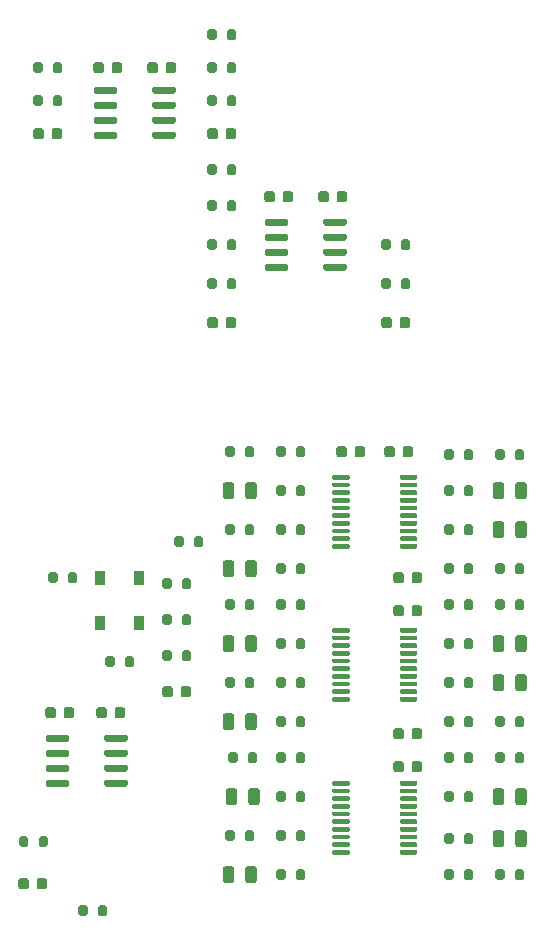
<source format=gbp>
G04 #@! TF.GenerationSoftware,KiCad,Pcbnew,6.0.5+dfsg-1~bpo11+1*
G04 #@! TF.CreationDate,2022-12-29T14:19:14+00:00*
G04 #@! TF.ProjectId,SSI2140_phase_shifter,53534932-3134-4305-9f70-686173655f73,0*
G04 #@! TF.SameCoordinates,Original*
G04 #@! TF.FileFunction,Paste,Bot*
G04 #@! TF.FilePolarity,Positive*
%FSLAX46Y46*%
G04 Gerber Fmt 4.6, Leading zero omitted, Abs format (unit mm)*
G04 Created by KiCad (PCBNEW 6.0.5+dfsg-1~bpo11+1) date 2022-12-29 14:19:14*
%MOMM*%
%LPD*%
G01*
G04 APERTURE LIST*
%ADD10R,0.900000X1.200000*%
G04 APERTURE END LIST*
G36*
G01*
X149651000Y-78736000D02*
X149651000Y-78236000D01*
G75*
G02*
X149876000Y-78011000I225000J0D01*
G01*
X150326000Y-78011000D01*
G75*
G02*
X150551000Y-78236000I0J-225000D01*
G01*
X150551000Y-78736000D01*
G75*
G02*
X150326000Y-78961000I-225000J0D01*
G01*
X149876000Y-78961000D01*
G75*
G02*
X149651000Y-78736000I0J225000D01*
G01*
G37*
G36*
G01*
X151201000Y-78736000D02*
X151201000Y-78236000D01*
G75*
G02*
X151426000Y-78011000I225000J0D01*
G01*
X151876000Y-78011000D01*
G75*
G02*
X152101000Y-78236000I0J-225000D01*
G01*
X152101000Y-78736000D01*
G75*
G02*
X151876000Y-78961000I-225000J0D01*
G01*
X151426000Y-78961000D01*
G75*
G02*
X151201000Y-78736000I0J225000D01*
G01*
G37*
G36*
G01*
X148545000Y-112755000D02*
X148545000Y-113305000D01*
G75*
G02*
X148345000Y-113505000I-200000J0D01*
G01*
X147945000Y-113505000D01*
G75*
G02*
X147745000Y-113305000I0J200000D01*
G01*
X147745000Y-112755000D01*
G75*
G02*
X147945000Y-112555000I200000J0D01*
G01*
X148345000Y-112555000D01*
G75*
G02*
X148545000Y-112755000I0J-200000D01*
G01*
G37*
G36*
G01*
X146895000Y-112755000D02*
X146895000Y-113305000D01*
G75*
G02*
X146695000Y-113505000I-200000J0D01*
G01*
X146295000Y-113505000D01*
G75*
G02*
X146095000Y-113305000I0J200000D01*
G01*
X146095000Y-112755000D01*
G75*
G02*
X146295000Y-112555000I200000J0D01*
G01*
X146695000Y-112555000D01*
G75*
G02*
X146895000Y-112755000I0J-200000D01*
G01*
G37*
G36*
G01*
X150832000Y-108181000D02*
X150832000Y-107981000D01*
G75*
G02*
X150932000Y-107881000I100000J0D01*
G01*
X152207000Y-107881000D01*
G75*
G02*
X152307000Y-107981000I0J-100000D01*
G01*
X152307000Y-108181000D01*
G75*
G02*
X152207000Y-108281000I-100000J0D01*
G01*
X150932000Y-108281000D01*
G75*
G02*
X150832000Y-108181000I0J100000D01*
G01*
G37*
G36*
G01*
X150832000Y-107531000D02*
X150832000Y-107331000D01*
G75*
G02*
X150932000Y-107231000I100000J0D01*
G01*
X152207000Y-107231000D01*
G75*
G02*
X152307000Y-107331000I0J-100000D01*
G01*
X152307000Y-107531000D01*
G75*
G02*
X152207000Y-107631000I-100000J0D01*
G01*
X150932000Y-107631000D01*
G75*
G02*
X150832000Y-107531000I0J100000D01*
G01*
G37*
G36*
G01*
X150832000Y-106881000D02*
X150832000Y-106681000D01*
G75*
G02*
X150932000Y-106581000I100000J0D01*
G01*
X152207000Y-106581000D01*
G75*
G02*
X152307000Y-106681000I0J-100000D01*
G01*
X152307000Y-106881000D01*
G75*
G02*
X152207000Y-106981000I-100000J0D01*
G01*
X150932000Y-106981000D01*
G75*
G02*
X150832000Y-106881000I0J100000D01*
G01*
G37*
G36*
G01*
X150832000Y-106231000D02*
X150832000Y-106031000D01*
G75*
G02*
X150932000Y-105931000I100000J0D01*
G01*
X152207000Y-105931000D01*
G75*
G02*
X152307000Y-106031000I0J-100000D01*
G01*
X152307000Y-106231000D01*
G75*
G02*
X152207000Y-106331000I-100000J0D01*
G01*
X150932000Y-106331000D01*
G75*
G02*
X150832000Y-106231000I0J100000D01*
G01*
G37*
G36*
G01*
X150832000Y-105581000D02*
X150832000Y-105381000D01*
G75*
G02*
X150932000Y-105281000I100000J0D01*
G01*
X152207000Y-105281000D01*
G75*
G02*
X152307000Y-105381000I0J-100000D01*
G01*
X152307000Y-105581000D01*
G75*
G02*
X152207000Y-105681000I-100000J0D01*
G01*
X150932000Y-105681000D01*
G75*
G02*
X150832000Y-105581000I0J100000D01*
G01*
G37*
G36*
G01*
X150832000Y-104931000D02*
X150832000Y-104731000D01*
G75*
G02*
X150932000Y-104631000I100000J0D01*
G01*
X152207000Y-104631000D01*
G75*
G02*
X152307000Y-104731000I0J-100000D01*
G01*
X152307000Y-104931000D01*
G75*
G02*
X152207000Y-105031000I-100000J0D01*
G01*
X150932000Y-105031000D01*
G75*
G02*
X150832000Y-104931000I0J100000D01*
G01*
G37*
G36*
G01*
X150832000Y-104281000D02*
X150832000Y-104081000D01*
G75*
G02*
X150932000Y-103981000I100000J0D01*
G01*
X152207000Y-103981000D01*
G75*
G02*
X152307000Y-104081000I0J-100000D01*
G01*
X152307000Y-104281000D01*
G75*
G02*
X152207000Y-104381000I-100000J0D01*
G01*
X150932000Y-104381000D01*
G75*
G02*
X150832000Y-104281000I0J100000D01*
G01*
G37*
G36*
G01*
X150832000Y-103631000D02*
X150832000Y-103431000D01*
G75*
G02*
X150932000Y-103331000I100000J0D01*
G01*
X152207000Y-103331000D01*
G75*
G02*
X152307000Y-103431000I0J-100000D01*
G01*
X152307000Y-103631000D01*
G75*
G02*
X152207000Y-103731000I-100000J0D01*
G01*
X150932000Y-103731000D01*
G75*
G02*
X150832000Y-103631000I0J100000D01*
G01*
G37*
G36*
G01*
X150832000Y-102981000D02*
X150832000Y-102781000D01*
G75*
G02*
X150932000Y-102681000I100000J0D01*
G01*
X152207000Y-102681000D01*
G75*
G02*
X152307000Y-102781000I0J-100000D01*
G01*
X152307000Y-102981000D01*
G75*
G02*
X152207000Y-103081000I-100000J0D01*
G01*
X150932000Y-103081000D01*
G75*
G02*
X150832000Y-102981000I0J100000D01*
G01*
G37*
G36*
G01*
X150832000Y-102331000D02*
X150832000Y-102131000D01*
G75*
G02*
X150932000Y-102031000I100000J0D01*
G01*
X152207000Y-102031000D01*
G75*
G02*
X152307000Y-102131000I0J-100000D01*
G01*
X152307000Y-102331000D01*
G75*
G02*
X152207000Y-102431000I-100000J0D01*
G01*
X150932000Y-102431000D01*
G75*
G02*
X150832000Y-102331000I0J100000D01*
G01*
G37*
G36*
G01*
X156557000Y-102331000D02*
X156557000Y-102131000D01*
G75*
G02*
X156657000Y-102031000I100000J0D01*
G01*
X157932000Y-102031000D01*
G75*
G02*
X158032000Y-102131000I0J-100000D01*
G01*
X158032000Y-102331000D01*
G75*
G02*
X157932000Y-102431000I-100000J0D01*
G01*
X156657000Y-102431000D01*
G75*
G02*
X156557000Y-102331000I0J100000D01*
G01*
G37*
G36*
G01*
X156557000Y-102981000D02*
X156557000Y-102781000D01*
G75*
G02*
X156657000Y-102681000I100000J0D01*
G01*
X157932000Y-102681000D01*
G75*
G02*
X158032000Y-102781000I0J-100000D01*
G01*
X158032000Y-102981000D01*
G75*
G02*
X157932000Y-103081000I-100000J0D01*
G01*
X156657000Y-103081000D01*
G75*
G02*
X156557000Y-102981000I0J100000D01*
G01*
G37*
G36*
G01*
X156557000Y-103631000D02*
X156557000Y-103431000D01*
G75*
G02*
X156657000Y-103331000I100000J0D01*
G01*
X157932000Y-103331000D01*
G75*
G02*
X158032000Y-103431000I0J-100000D01*
G01*
X158032000Y-103631000D01*
G75*
G02*
X157932000Y-103731000I-100000J0D01*
G01*
X156657000Y-103731000D01*
G75*
G02*
X156557000Y-103631000I0J100000D01*
G01*
G37*
G36*
G01*
X156557000Y-104281000D02*
X156557000Y-104081000D01*
G75*
G02*
X156657000Y-103981000I100000J0D01*
G01*
X157932000Y-103981000D01*
G75*
G02*
X158032000Y-104081000I0J-100000D01*
G01*
X158032000Y-104281000D01*
G75*
G02*
X157932000Y-104381000I-100000J0D01*
G01*
X156657000Y-104381000D01*
G75*
G02*
X156557000Y-104281000I0J100000D01*
G01*
G37*
G36*
G01*
X156557000Y-104931000D02*
X156557000Y-104731000D01*
G75*
G02*
X156657000Y-104631000I100000J0D01*
G01*
X157932000Y-104631000D01*
G75*
G02*
X158032000Y-104731000I0J-100000D01*
G01*
X158032000Y-104931000D01*
G75*
G02*
X157932000Y-105031000I-100000J0D01*
G01*
X156657000Y-105031000D01*
G75*
G02*
X156557000Y-104931000I0J100000D01*
G01*
G37*
G36*
G01*
X156557000Y-105581000D02*
X156557000Y-105381000D01*
G75*
G02*
X156657000Y-105281000I100000J0D01*
G01*
X157932000Y-105281000D01*
G75*
G02*
X158032000Y-105381000I0J-100000D01*
G01*
X158032000Y-105581000D01*
G75*
G02*
X157932000Y-105681000I-100000J0D01*
G01*
X156657000Y-105681000D01*
G75*
G02*
X156557000Y-105581000I0J100000D01*
G01*
G37*
G36*
G01*
X156557000Y-106231000D02*
X156557000Y-106031000D01*
G75*
G02*
X156657000Y-105931000I100000J0D01*
G01*
X157932000Y-105931000D01*
G75*
G02*
X158032000Y-106031000I0J-100000D01*
G01*
X158032000Y-106231000D01*
G75*
G02*
X157932000Y-106331000I-100000J0D01*
G01*
X156657000Y-106331000D01*
G75*
G02*
X156557000Y-106231000I0J100000D01*
G01*
G37*
G36*
G01*
X156557000Y-106881000D02*
X156557000Y-106681000D01*
G75*
G02*
X156657000Y-106581000I100000J0D01*
G01*
X157932000Y-106581000D01*
G75*
G02*
X158032000Y-106681000I0J-100000D01*
G01*
X158032000Y-106881000D01*
G75*
G02*
X157932000Y-106981000I-100000J0D01*
G01*
X156657000Y-106981000D01*
G75*
G02*
X156557000Y-106881000I0J100000D01*
G01*
G37*
G36*
G01*
X156557000Y-107531000D02*
X156557000Y-107331000D01*
G75*
G02*
X156657000Y-107231000I100000J0D01*
G01*
X157932000Y-107231000D01*
G75*
G02*
X158032000Y-107331000I0J-100000D01*
G01*
X158032000Y-107531000D01*
G75*
G02*
X157932000Y-107631000I-100000J0D01*
G01*
X156657000Y-107631000D01*
G75*
G02*
X156557000Y-107531000I0J100000D01*
G01*
G37*
G36*
G01*
X156557000Y-108181000D02*
X156557000Y-107981000D01*
G75*
G02*
X156657000Y-107881000I100000J0D01*
G01*
X157932000Y-107881000D01*
G75*
G02*
X158032000Y-107981000I0J-100000D01*
G01*
X158032000Y-108181000D01*
G75*
G02*
X157932000Y-108281000I-100000J0D01*
G01*
X156657000Y-108281000D01*
G75*
G02*
X156557000Y-108181000I0J100000D01*
G01*
G37*
G36*
G01*
X145140000Y-84605000D02*
X145140000Y-84305000D01*
G75*
G02*
X145290000Y-84155000I150000J0D01*
G01*
X146940000Y-84155000D01*
G75*
G02*
X147090000Y-84305000I0J-150000D01*
G01*
X147090000Y-84605000D01*
G75*
G02*
X146940000Y-84755000I-150000J0D01*
G01*
X145290000Y-84755000D01*
G75*
G02*
X145140000Y-84605000I0J150000D01*
G01*
G37*
G36*
G01*
X145140000Y-83335000D02*
X145140000Y-83035000D01*
G75*
G02*
X145290000Y-82885000I150000J0D01*
G01*
X146940000Y-82885000D01*
G75*
G02*
X147090000Y-83035000I0J-150000D01*
G01*
X147090000Y-83335000D01*
G75*
G02*
X146940000Y-83485000I-150000J0D01*
G01*
X145290000Y-83485000D01*
G75*
G02*
X145140000Y-83335000I0J150000D01*
G01*
G37*
G36*
G01*
X145140000Y-82065000D02*
X145140000Y-81765000D01*
G75*
G02*
X145290000Y-81615000I150000J0D01*
G01*
X146940000Y-81615000D01*
G75*
G02*
X147090000Y-81765000I0J-150000D01*
G01*
X147090000Y-82065000D01*
G75*
G02*
X146940000Y-82215000I-150000J0D01*
G01*
X145290000Y-82215000D01*
G75*
G02*
X145140000Y-82065000I0J150000D01*
G01*
G37*
G36*
G01*
X145140000Y-80795000D02*
X145140000Y-80495000D01*
G75*
G02*
X145290000Y-80345000I150000J0D01*
G01*
X146940000Y-80345000D01*
G75*
G02*
X147090000Y-80495000I0J-150000D01*
G01*
X147090000Y-80795000D01*
G75*
G02*
X146940000Y-80945000I-150000J0D01*
G01*
X145290000Y-80945000D01*
G75*
G02*
X145140000Y-80795000I0J150000D01*
G01*
G37*
G36*
G01*
X150090000Y-80795000D02*
X150090000Y-80495000D01*
G75*
G02*
X150240000Y-80345000I150000J0D01*
G01*
X151890000Y-80345000D01*
G75*
G02*
X152040000Y-80495000I0J-150000D01*
G01*
X152040000Y-80795000D01*
G75*
G02*
X151890000Y-80945000I-150000J0D01*
G01*
X150240000Y-80945000D01*
G75*
G02*
X150090000Y-80795000I0J150000D01*
G01*
G37*
G36*
G01*
X150090000Y-82065000D02*
X150090000Y-81765000D01*
G75*
G02*
X150240000Y-81615000I150000J0D01*
G01*
X151890000Y-81615000D01*
G75*
G02*
X152040000Y-81765000I0J-150000D01*
G01*
X152040000Y-82065000D01*
G75*
G02*
X151890000Y-82215000I-150000J0D01*
G01*
X150240000Y-82215000D01*
G75*
G02*
X150090000Y-82065000I0J150000D01*
G01*
G37*
G36*
G01*
X150090000Y-83335000D02*
X150090000Y-83035000D01*
G75*
G02*
X150240000Y-82885000I150000J0D01*
G01*
X151890000Y-82885000D01*
G75*
G02*
X152040000Y-83035000I0J-150000D01*
G01*
X152040000Y-83335000D01*
G75*
G02*
X151890000Y-83485000I-150000J0D01*
G01*
X150240000Y-83485000D01*
G75*
G02*
X150090000Y-83335000I0J150000D01*
G01*
G37*
G36*
G01*
X150090000Y-84605000D02*
X150090000Y-84305000D01*
G75*
G02*
X150240000Y-84155000I150000J0D01*
G01*
X151890000Y-84155000D01*
G75*
G02*
X152040000Y-84305000I0J-150000D01*
G01*
X152040000Y-84605000D01*
G75*
G02*
X151890000Y-84755000I-150000J0D01*
G01*
X150240000Y-84755000D01*
G75*
G02*
X150090000Y-84605000I0J150000D01*
G01*
G37*
G36*
G01*
X160319000Y-100605000D02*
X160319000Y-100055000D01*
G75*
G02*
X160519000Y-99855000I200000J0D01*
G01*
X160919000Y-99855000D01*
G75*
G02*
X161119000Y-100055000I0J-200000D01*
G01*
X161119000Y-100605000D01*
G75*
G02*
X160919000Y-100805000I-200000J0D01*
G01*
X160519000Y-100805000D01*
G75*
G02*
X160319000Y-100605000I0J200000D01*
G01*
G37*
G36*
G01*
X161969000Y-100605000D02*
X161969000Y-100055000D01*
G75*
G02*
X162169000Y-99855000I200000J0D01*
G01*
X162569000Y-99855000D01*
G75*
G02*
X162769000Y-100055000I0J-200000D01*
G01*
X162769000Y-100605000D01*
G75*
G02*
X162569000Y-100805000I-200000J0D01*
G01*
X162169000Y-100805000D01*
G75*
G02*
X161969000Y-100605000I0J200000D01*
G01*
G37*
G36*
G01*
X164637000Y-136165000D02*
X164637000Y-135615000D01*
G75*
G02*
X164837000Y-135415000I200000J0D01*
G01*
X165237000Y-135415000D01*
G75*
G02*
X165437000Y-135615000I0J-200000D01*
G01*
X165437000Y-136165000D01*
G75*
G02*
X165237000Y-136365000I-200000J0D01*
G01*
X164837000Y-136365000D01*
G75*
G02*
X164637000Y-136165000I0J200000D01*
G01*
G37*
G36*
G01*
X166287000Y-136165000D02*
X166287000Y-135615000D01*
G75*
G02*
X166487000Y-135415000I200000J0D01*
G01*
X166887000Y-135415000D01*
G75*
G02*
X167087000Y-135615000I0J-200000D01*
G01*
X167087000Y-136165000D01*
G75*
G02*
X166887000Y-136365000I-200000J0D01*
G01*
X166487000Y-136365000D01*
G75*
G02*
X166287000Y-136165000I0J200000D01*
G01*
G37*
G36*
G01*
X148545000Y-135615000D02*
X148545000Y-136165000D01*
G75*
G02*
X148345000Y-136365000I-200000J0D01*
G01*
X147945000Y-136365000D01*
G75*
G02*
X147745000Y-136165000I0J200000D01*
G01*
X147745000Y-135615000D01*
G75*
G02*
X147945000Y-135415000I200000J0D01*
G01*
X148345000Y-135415000D01*
G75*
G02*
X148545000Y-135615000I0J-200000D01*
G01*
G37*
G36*
G01*
X146895000Y-135615000D02*
X146895000Y-136165000D01*
G75*
G02*
X146695000Y-136365000I-200000J0D01*
G01*
X146295000Y-136365000D01*
G75*
G02*
X146095000Y-136165000I0J200000D01*
G01*
X146095000Y-135615000D01*
G75*
G02*
X146295000Y-135415000I200000J0D01*
G01*
X146695000Y-135415000D01*
G75*
G02*
X146895000Y-135615000I0J-200000D01*
G01*
G37*
G36*
G01*
X164637000Y-100605000D02*
X164637000Y-100055000D01*
G75*
G02*
X164837000Y-99855000I200000J0D01*
G01*
X165237000Y-99855000D01*
G75*
G02*
X165437000Y-100055000I0J-200000D01*
G01*
X165437000Y-100605000D01*
G75*
G02*
X165237000Y-100805000I-200000J0D01*
G01*
X164837000Y-100805000D01*
G75*
G02*
X164637000Y-100605000I0J200000D01*
G01*
G37*
G36*
G01*
X166287000Y-100605000D02*
X166287000Y-100055000D01*
G75*
G02*
X166487000Y-99855000I200000J0D01*
G01*
X166887000Y-99855000D01*
G75*
G02*
X167087000Y-100055000I0J-200000D01*
G01*
X167087000Y-100605000D01*
G75*
G02*
X166887000Y-100805000I-200000J0D01*
G01*
X166487000Y-100805000D01*
G75*
G02*
X166287000Y-100605000I0J200000D01*
G01*
G37*
G36*
G01*
X148545000Y-129011000D02*
X148545000Y-129561000D01*
G75*
G02*
X148345000Y-129761000I-200000J0D01*
G01*
X147945000Y-129761000D01*
G75*
G02*
X147745000Y-129561000I0J200000D01*
G01*
X147745000Y-129011000D01*
G75*
G02*
X147945000Y-128811000I200000J0D01*
G01*
X148345000Y-128811000D01*
G75*
G02*
X148545000Y-129011000I0J-200000D01*
G01*
G37*
G36*
G01*
X146895000Y-129011000D02*
X146895000Y-129561000D01*
G75*
G02*
X146695000Y-129761000I-200000J0D01*
G01*
X146295000Y-129761000D01*
G75*
G02*
X146095000Y-129561000I0J200000D01*
G01*
X146095000Y-129011000D01*
G75*
G02*
X146295000Y-128811000I200000J0D01*
G01*
X146695000Y-128811000D01*
G75*
G02*
X146895000Y-129011000I0J-200000D01*
G01*
G37*
G36*
G01*
X160319000Y-126259000D02*
X160319000Y-125709000D01*
G75*
G02*
X160519000Y-125509000I200000J0D01*
G01*
X160919000Y-125509000D01*
G75*
G02*
X161119000Y-125709000I0J-200000D01*
G01*
X161119000Y-126259000D01*
G75*
G02*
X160919000Y-126459000I-200000J0D01*
G01*
X160519000Y-126459000D01*
G75*
G02*
X160319000Y-126259000I0J200000D01*
G01*
G37*
G36*
G01*
X161969000Y-126259000D02*
X161969000Y-125709000D01*
G75*
G02*
X162169000Y-125509000I200000J0D01*
G01*
X162569000Y-125509000D01*
G75*
G02*
X162769000Y-125709000I0J-200000D01*
G01*
X162769000Y-126259000D01*
G75*
G02*
X162569000Y-126459000I-200000J0D01*
G01*
X162169000Y-126459000D01*
G75*
G02*
X161969000Y-126259000I0J200000D01*
G01*
G37*
G36*
G01*
X164412000Y-120109000D02*
X164412000Y-119159000D01*
G75*
G02*
X164662000Y-118909000I250000J0D01*
G01*
X165162000Y-118909000D01*
G75*
G02*
X165412000Y-119159000I0J-250000D01*
G01*
X165412000Y-120109000D01*
G75*
G02*
X165162000Y-120359000I-250000J0D01*
G01*
X164662000Y-120359000D01*
G75*
G02*
X164412000Y-120109000I0J250000D01*
G01*
G37*
G36*
G01*
X166312000Y-120109000D02*
X166312000Y-119159000D01*
G75*
G02*
X166562000Y-118909000I250000J0D01*
G01*
X167062000Y-118909000D01*
G75*
G02*
X167312000Y-119159000I0J-250000D01*
G01*
X167312000Y-120109000D01*
G75*
G02*
X167062000Y-120359000I-250000J0D01*
G01*
X166562000Y-120359000D01*
G75*
G02*
X166312000Y-120109000I0J250000D01*
G01*
G37*
G36*
G01*
X148545000Y-109707000D02*
X148545000Y-110257000D01*
G75*
G02*
X148345000Y-110457000I-200000J0D01*
G01*
X147945000Y-110457000D01*
G75*
G02*
X147745000Y-110257000I0J200000D01*
G01*
X147745000Y-109707000D01*
G75*
G02*
X147945000Y-109507000I200000J0D01*
G01*
X148345000Y-109507000D01*
G75*
G02*
X148545000Y-109707000I0J-200000D01*
G01*
G37*
G36*
G01*
X146895000Y-109707000D02*
X146895000Y-110257000D01*
G75*
G02*
X146695000Y-110457000I-200000J0D01*
G01*
X146295000Y-110457000D01*
G75*
G02*
X146095000Y-110257000I0J200000D01*
G01*
X146095000Y-109707000D01*
G75*
G02*
X146295000Y-109507000I200000J0D01*
G01*
X146695000Y-109507000D01*
G75*
G02*
X146895000Y-109707000I0J-200000D01*
G01*
G37*
D10*
X134492000Y-114554000D03*
X131192000Y-114554000D03*
G36*
G01*
X138893000Y-114025000D02*
X138893000Y-114575000D01*
G75*
G02*
X138693000Y-114775000I-200000J0D01*
G01*
X138293000Y-114775000D01*
G75*
G02*
X138093000Y-114575000I0J200000D01*
G01*
X138093000Y-114025000D01*
G75*
G02*
X138293000Y-113825000I200000J0D01*
G01*
X138693000Y-113825000D01*
G75*
G02*
X138893000Y-114025000I0J-200000D01*
G01*
G37*
G36*
G01*
X137243000Y-114025000D02*
X137243000Y-114575000D01*
G75*
G02*
X137043000Y-114775000I-200000J0D01*
G01*
X136643000Y-114775000D01*
G75*
G02*
X136443000Y-114575000I0J200000D01*
G01*
X136443000Y-114025000D01*
G75*
G02*
X136643000Y-113825000I200000J0D01*
G01*
X137043000Y-113825000D01*
G75*
G02*
X137243000Y-114025000I0J-200000D01*
G01*
G37*
G36*
G01*
X154985000Y-82825000D02*
X154985000Y-82275000D01*
G75*
G02*
X155185000Y-82075000I200000J0D01*
G01*
X155585000Y-82075000D01*
G75*
G02*
X155785000Y-82275000I0J-200000D01*
G01*
X155785000Y-82825000D01*
G75*
G02*
X155585000Y-83025000I-200000J0D01*
G01*
X155185000Y-83025000D01*
G75*
G02*
X154985000Y-82825000I0J200000D01*
G01*
G37*
G36*
G01*
X156635000Y-82825000D02*
X156635000Y-82275000D01*
G75*
G02*
X156835000Y-82075000I200000J0D01*
G01*
X157235000Y-82075000D01*
G75*
G02*
X157435000Y-82275000I0J-200000D01*
G01*
X157435000Y-82825000D01*
G75*
G02*
X157235000Y-83025000I-200000J0D01*
G01*
X156835000Y-83025000D01*
G75*
G02*
X156635000Y-82825000I0J200000D01*
G01*
G37*
G36*
G01*
X148545000Y-122661000D02*
X148545000Y-123211000D01*
G75*
G02*
X148345000Y-123411000I-200000J0D01*
G01*
X147945000Y-123411000D01*
G75*
G02*
X147745000Y-123211000I0J200000D01*
G01*
X147745000Y-122661000D01*
G75*
G02*
X147945000Y-122461000I200000J0D01*
G01*
X148345000Y-122461000D01*
G75*
G02*
X148545000Y-122661000I0J-200000D01*
G01*
G37*
G36*
G01*
X146895000Y-122661000D02*
X146895000Y-123211000D01*
G75*
G02*
X146695000Y-123411000I-200000J0D01*
G01*
X146295000Y-123411000D01*
G75*
G02*
X146095000Y-123211000I0J200000D01*
G01*
X146095000Y-122661000D01*
G75*
G02*
X146295000Y-122461000I200000J0D01*
G01*
X146695000Y-122461000D01*
G75*
G02*
X146895000Y-122661000I0J-200000D01*
G01*
G37*
G36*
G01*
X144227000Y-106405000D02*
X144227000Y-106955000D01*
G75*
G02*
X144027000Y-107155000I-200000J0D01*
G01*
X143627000Y-107155000D01*
G75*
G02*
X143427000Y-106955000I0J200000D01*
G01*
X143427000Y-106405000D01*
G75*
G02*
X143627000Y-106205000I200000J0D01*
G01*
X144027000Y-106205000D01*
G75*
G02*
X144227000Y-106405000I0J-200000D01*
G01*
G37*
G36*
G01*
X142577000Y-106405000D02*
X142577000Y-106955000D01*
G75*
G02*
X142377000Y-107155000I-200000J0D01*
G01*
X141977000Y-107155000D01*
G75*
G02*
X141777000Y-106955000I0J200000D01*
G01*
X141777000Y-106405000D01*
G75*
G02*
X141977000Y-106205000I200000J0D01*
G01*
X142377000Y-106205000D01*
G75*
G02*
X142577000Y-106405000I0J-200000D01*
G01*
G37*
G36*
G01*
X131781000Y-138663000D02*
X131781000Y-139213000D01*
G75*
G02*
X131581000Y-139413000I-200000J0D01*
G01*
X131181000Y-139413000D01*
G75*
G02*
X130981000Y-139213000I0J200000D01*
G01*
X130981000Y-138663000D01*
G75*
G02*
X131181000Y-138463000I200000J0D01*
G01*
X131581000Y-138463000D01*
G75*
G02*
X131781000Y-138663000I0J-200000D01*
G01*
G37*
G36*
G01*
X130131000Y-138663000D02*
X130131000Y-139213000D01*
G75*
G02*
X129931000Y-139413000I-200000J0D01*
G01*
X129531000Y-139413000D01*
G75*
G02*
X129331000Y-139213000I0J200000D01*
G01*
X129331000Y-138663000D01*
G75*
G02*
X129531000Y-138463000I200000J0D01*
G01*
X129931000Y-138463000D01*
G75*
G02*
X130131000Y-138663000I0J-200000D01*
G01*
G37*
G36*
G01*
X146095000Y-119909000D02*
X146095000Y-119359000D01*
G75*
G02*
X146295000Y-119159000I200000J0D01*
G01*
X146695000Y-119159000D01*
G75*
G02*
X146895000Y-119359000I0J-200000D01*
G01*
X146895000Y-119909000D01*
G75*
G02*
X146695000Y-120109000I-200000J0D01*
G01*
X146295000Y-120109000D01*
G75*
G02*
X146095000Y-119909000I0J200000D01*
G01*
G37*
G36*
G01*
X147745000Y-119909000D02*
X147745000Y-119359000D01*
G75*
G02*
X147945000Y-119159000I200000J0D01*
G01*
X148345000Y-119159000D01*
G75*
G02*
X148545000Y-119359000I0J-200000D01*
G01*
X148545000Y-119909000D01*
G75*
G02*
X148345000Y-120109000I-200000J0D01*
G01*
X147945000Y-120109000D01*
G75*
G02*
X147745000Y-119909000I0J200000D01*
G01*
G37*
G36*
G01*
X146095000Y-106955000D02*
X146095000Y-106405000D01*
G75*
G02*
X146295000Y-106205000I200000J0D01*
G01*
X146695000Y-106205000D01*
G75*
G02*
X146895000Y-106405000I0J-200000D01*
G01*
X146895000Y-106955000D01*
G75*
G02*
X146695000Y-107155000I-200000J0D01*
G01*
X146295000Y-107155000D01*
G75*
G02*
X146095000Y-106955000I0J200000D01*
G01*
G37*
G36*
G01*
X147745000Y-106955000D02*
X147745000Y-106405000D01*
G75*
G02*
X147945000Y-106205000I200000J0D01*
G01*
X148345000Y-106205000D01*
G75*
G02*
X148545000Y-106405000I0J-200000D01*
G01*
X148545000Y-106955000D01*
G75*
G02*
X148345000Y-107155000I-200000J0D01*
G01*
X147945000Y-107155000D01*
G75*
G02*
X147745000Y-106955000I0J200000D01*
G01*
G37*
G36*
G01*
X164412000Y-133317000D02*
X164412000Y-132367000D01*
G75*
G02*
X164662000Y-132117000I250000J0D01*
G01*
X165162000Y-132117000D01*
G75*
G02*
X165412000Y-132367000I0J-250000D01*
G01*
X165412000Y-133317000D01*
G75*
G02*
X165162000Y-133567000I-250000J0D01*
G01*
X164662000Y-133567000D01*
G75*
G02*
X164412000Y-133317000I0J250000D01*
G01*
G37*
G36*
G01*
X166312000Y-133317000D02*
X166312000Y-132367000D01*
G75*
G02*
X166562000Y-132117000I250000J0D01*
G01*
X167062000Y-132117000D01*
G75*
G02*
X167312000Y-132367000I0J-250000D01*
G01*
X167312000Y-133317000D01*
G75*
G02*
X167062000Y-133567000I-250000J0D01*
G01*
X166562000Y-133567000D01*
G75*
G02*
X166312000Y-133317000I0J250000D01*
G01*
G37*
G36*
G01*
X148545000Y-125709000D02*
X148545000Y-126259000D01*
G75*
G02*
X148345000Y-126459000I-200000J0D01*
G01*
X147945000Y-126459000D01*
G75*
G02*
X147745000Y-126259000I0J200000D01*
G01*
X147745000Y-125709000D01*
G75*
G02*
X147945000Y-125509000I200000J0D01*
G01*
X148345000Y-125509000D01*
G75*
G02*
X148545000Y-125709000I0J-200000D01*
G01*
G37*
G36*
G01*
X146895000Y-125709000D02*
X146895000Y-126259000D01*
G75*
G02*
X146695000Y-126459000I-200000J0D01*
G01*
X146295000Y-126459000D01*
G75*
G02*
X146095000Y-126259000I0J200000D01*
G01*
X146095000Y-125709000D01*
G75*
G02*
X146295000Y-125509000I200000J0D01*
G01*
X146695000Y-125509000D01*
G75*
G02*
X146895000Y-125709000I0J-200000D01*
G01*
G37*
G36*
G01*
X148545000Y-116057000D02*
X148545000Y-116607000D01*
G75*
G02*
X148345000Y-116807000I-200000J0D01*
G01*
X147945000Y-116807000D01*
G75*
G02*
X147745000Y-116607000I0J200000D01*
G01*
X147745000Y-116057000D01*
G75*
G02*
X147945000Y-115857000I200000J0D01*
G01*
X148345000Y-115857000D01*
G75*
G02*
X148545000Y-116057000I0J-200000D01*
G01*
G37*
G36*
G01*
X146895000Y-116057000D02*
X146895000Y-116607000D01*
G75*
G02*
X146695000Y-116807000I-200000J0D01*
G01*
X146295000Y-116807000D01*
G75*
G02*
X146095000Y-116607000I0J200000D01*
G01*
X146095000Y-116057000D01*
G75*
G02*
X146295000Y-115857000I200000J0D01*
G01*
X146695000Y-115857000D01*
G75*
G02*
X146895000Y-116057000I0J-200000D01*
G01*
G37*
G36*
G01*
X162769000Y-103103000D02*
X162769000Y-103653000D01*
G75*
G02*
X162569000Y-103853000I-200000J0D01*
G01*
X162169000Y-103853000D01*
G75*
G02*
X161969000Y-103653000I0J200000D01*
G01*
X161969000Y-103103000D01*
G75*
G02*
X162169000Y-102903000I200000J0D01*
G01*
X162569000Y-102903000D01*
G75*
G02*
X162769000Y-103103000I0J-200000D01*
G01*
G37*
G36*
G01*
X161119000Y-103103000D02*
X161119000Y-103653000D01*
G75*
G02*
X160919000Y-103853000I-200000J0D01*
G01*
X160519000Y-103853000D01*
G75*
G02*
X160319000Y-103653000I0J200000D01*
G01*
X160319000Y-103103000D01*
G75*
G02*
X160519000Y-102903000I200000J0D01*
G01*
X160919000Y-102903000D01*
G75*
G02*
X161119000Y-103103000I0J-200000D01*
G01*
G37*
G36*
G01*
X140253000Y-70633000D02*
X140253000Y-70083000D01*
G75*
G02*
X140453000Y-69883000I200000J0D01*
G01*
X140853000Y-69883000D01*
G75*
G02*
X141053000Y-70083000I0J-200000D01*
G01*
X141053000Y-70633000D01*
G75*
G02*
X140853000Y-70833000I-200000J0D01*
G01*
X140453000Y-70833000D01*
G75*
G02*
X140253000Y-70633000I0J200000D01*
G01*
G37*
G36*
G01*
X141903000Y-70633000D02*
X141903000Y-70083000D01*
G75*
G02*
X142103000Y-69883000I200000J0D01*
G01*
X142503000Y-69883000D01*
G75*
G02*
X142703000Y-70083000I0J-200000D01*
G01*
X142703000Y-70633000D01*
G75*
G02*
X142503000Y-70833000I-200000J0D01*
G01*
X142103000Y-70833000D01*
G75*
G02*
X141903000Y-70633000I0J200000D01*
G01*
G37*
G36*
G01*
X127971000Y-70083000D02*
X127971000Y-70633000D01*
G75*
G02*
X127771000Y-70833000I-200000J0D01*
G01*
X127371000Y-70833000D01*
G75*
G02*
X127171000Y-70633000I0J200000D01*
G01*
X127171000Y-70083000D01*
G75*
G02*
X127371000Y-69883000I200000J0D01*
G01*
X127771000Y-69883000D01*
G75*
G02*
X127971000Y-70083000I0J-200000D01*
G01*
G37*
G36*
G01*
X126321000Y-70083000D02*
X126321000Y-70633000D01*
G75*
G02*
X126121000Y-70833000I-200000J0D01*
G01*
X125721000Y-70833000D01*
G75*
G02*
X125521000Y-70633000I0J200000D01*
G01*
X125521000Y-70083000D01*
G75*
G02*
X125721000Y-69883000I200000J0D01*
G01*
X126121000Y-69883000D01*
G75*
G02*
X126321000Y-70083000I0J-200000D01*
G01*
G37*
G36*
G01*
X160319000Y-106955000D02*
X160319000Y-106405000D01*
G75*
G02*
X160519000Y-106205000I200000J0D01*
G01*
X160919000Y-106205000D01*
G75*
G02*
X161119000Y-106405000I0J-200000D01*
G01*
X161119000Y-106955000D01*
G75*
G02*
X160919000Y-107155000I-200000J0D01*
G01*
X160519000Y-107155000D01*
G75*
G02*
X160319000Y-106955000I0J200000D01*
G01*
G37*
G36*
G01*
X161969000Y-106955000D02*
X161969000Y-106405000D01*
G75*
G02*
X162169000Y-106205000I200000J0D01*
G01*
X162569000Y-106205000D01*
G75*
G02*
X162769000Y-106405000I0J-200000D01*
G01*
X162769000Y-106955000D01*
G75*
G02*
X162569000Y-107155000I-200000J0D01*
G01*
X162169000Y-107155000D01*
G75*
G02*
X161969000Y-106955000I0J200000D01*
G01*
G37*
G36*
G01*
X138893000Y-110977000D02*
X138893000Y-111527000D01*
G75*
G02*
X138693000Y-111727000I-200000J0D01*
G01*
X138293000Y-111727000D01*
G75*
G02*
X138093000Y-111527000I0J200000D01*
G01*
X138093000Y-110977000D01*
G75*
G02*
X138293000Y-110777000I200000J0D01*
G01*
X138693000Y-110777000D01*
G75*
G02*
X138893000Y-110977000I0J-200000D01*
G01*
G37*
G36*
G01*
X137243000Y-110977000D02*
X137243000Y-111527000D01*
G75*
G02*
X137043000Y-111727000I-200000J0D01*
G01*
X136643000Y-111727000D01*
G75*
G02*
X136443000Y-111527000I0J200000D01*
G01*
X136443000Y-110977000D01*
G75*
G02*
X136643000Y-110777000I200000J0D01*
G01*
X137043000Y-110777000D01*
G75*
G02*
X137243000Y-110977000I0J-200000D01*
G01*
G37*
G36*
G01*
X140253000Y-89404000D02*
X140253000Y-88904000D01*
G75*
G02*
X140478000Y-88679000I225000J0D01*
G01*
X140928000Y-88679000D01*
G75*
G02*
X141153000Y-88904000I0J-225000D01*
G01*
X141153000Y-89404000D01*
G75*
G02*
X140928000Y-89629000I-225000J0D01*
G01*
X140478000Y-89629000D01*
G75*
G02*
X140253000Y-89404000I0J225000D01*
G01*
G37*
G36*
G01*
X141803000Y-89404000D02*
X141803000Y-88904000D01*
G75*
G02*
X142028000Y-88679000I225000J0D01*
G01*
X142478000Y-88679000D01*
G75*
G02*
X142703000Y-88904000I0J-225000D01*
G01*
X142703000Y-89404000D01*
G75*
G02*
X142478000Y-89629000I-225000J0D01*
G01*
X142028000Y-89629000D01*
G75*
G02*
X141803000Y-89404000I0J225000D01*
G01*
G37*
G36*
G01*
X142703000Y-82275000D02*
X142703000Y-82825000D01*
G75*
G02*
X142503000Y-83025000I-200000J0D01*
G01*
X142103000Y-83025000D01*
G75*
G02*
X141903000Y-82825000I0J200000D01*
G01*
X141903000Y-82275000D01*
G75*
G02*
X142103000Y-82075000I200000J0D01*
G01*
X142503000Y-82075000D01*
G75*
G02*
X142703000Y-82275000I0J-200000D01*
G01*
G37*
G36*
G01*
X141053000Y-82275000D02*
X141053000Y-82825000D01*
G75*
G02*
X140853000Y-83025000I-200000J0D01*
G01*
X140453000Y-83025000D01*
G75*
G02*
X140253000Y-82825000I0J200000D01*
G01*
X140253000Y-82275000D01*
G75*
G02*
X140453000Y-82075000I200000J0D01*
G01*
X140853000Y-82075000D01*
G75*
G02*
X141053000Y-82275000I0J-200000D01*
G01*
G37*
G36*
G01*
X126537000Y-122424000D02*
X126537000Y-121924000D01*
G75*
G02*
X126762000Y-121699000I225000J0D01*
G01*
X127212000Y-121699000D01*
G75*
G02*
X127437000Y-121924000I0J-225000D01*
G01*
X127437000Y-122424000D01*
G75*
G02*
X127212000Y-122649000I-225000J0D01*
G01*
X126762000Y-122649000D01*
G75*
G02*
X126537000Y-122424000I0J225000D01*
G01*
G37*
G36*
G01*
X128087000Y-122424000D02*
X128087000Y-121924000D01*
G75*
G02*
X128312000Y-121699000I225000J0D01*
G01*
X128762000Y-121699000D01*
G75*
G02*
X128987000Y-121924000I0J-225000D01*
G01*
X128987000Y-122424000D01*
G75*
G02*
X128762000Y-122649000I-225000J0D01*
G01*
X128312000Y-122649000D01*
G75*
G02*
X128087000Y-122424000I0J225000D01*
G01*
G37*
G36*
G01*
X144452000Y-122461000D02*
X144452000Y-123411000D01*
G75*
G02*
X144202000Y-123661000I-250000J0D01*
G01*
X143702000Y-123661000D01*
G75*
G02*
X143452000Y-123411000I0J250000D01*
G01*
X143452000Y-122461000D01*
G75*
G02*
X143702000Y-122211000I250000J0D01*
G01*
X144202000Y-122211000D01*
G75*
G02*
X144452000Y-122461000I0J-250000D01*
G01*
G37*
G36*
G01*
X142552000Y-122461000D02*
X142552000Y-123411000D01*
G75*
G02*
X142302000Y-123661000I-250000J0D01*
G01*
X141802000Y-123661000D01*
G75*
G02*
X141552000Y-123411000I0J250000D01*
G01*
X141552000Y-122461000D01*
G75*
G02*
X141802000Y-122211000I250000J0D01*
G01*
X142302000Y-122211000D01*
G75*
G02*
X142552000Y-122461000I0J-250000D01*
G01*
G37*
G36*
G01*
X130601000Y-67814000D02*
X130601000Y-67314000D01*
G75*
G02*
X130826000Y-67089000I225000J0D01*
G01*
X131276000Y-67089000D01*
G75*
G02*
X131501000Y-67314000I0J-225000D01*
G01*
X131501000Y-67814000D01*
G75*
G02*
X131276000Y-68039000I-225000J0D01*
G01*
X130826000Y-68039000D01*
G75*
G02*
X130601000Y-67814000I0J225000D01*
G01*
G37*
G36*
G01*
X132151000Y-67814000D02*
X132151000Y-67314000D01*
G75*
G02*
X132376000Y-67089000I225000J0D01*
G01*
X132826000Y-67089000D01*
G75*
G02*
X133051000Y-67314000I0J-225000D01*
G01*
X133051000Y-67814000D01*
G75*
G02*
X132826000Y-68039000I-225000J0D01*
G01*
X132376000Y-68039000D01*
G75*
G02*
X132151000Y-67814000I0J225000D01*
G01*
G37*
G36*
G01*
X126791000Y-111019000D02*
X126791000Y-110469000D01*
G75*
G02*
X126991000Y-110269000I200000J0D01*
G01*
X127391000Y-110269000D01*
G75*
G02*
X127591000Y-110469000I0J-200000D01*
G01*
X127591000Y-111019000D01*
G75*
G02*
X127391000Y-111219000I-200000J0D01*
G01*
X126991000Y-111219000D01*
G75*
G02*
X126791000Y-111019000I0J200000D01*
G01*
G37*
G36*
G01*
X128441000Y-111019000D02*
X128441000Y-110469000D01*
G75*
G02*
X128641000Y-110269000I200000J0D01*
G01*
X129041000Y-110269000D01*
G75*
G02*
X129241000Y-110469000I0J-200000D01*
G01*
X129241000Y-111019000D01*
G75*
G02*
X129041000Y-111219000I-200000J0D01*
G01*
X128641000Y-111219000D01*
G75*
G02*
X128441000Y-111019000I0J200000D01*
G01*
G37*
G36*
G01*
X144452000Y-109507000D02*
X144452000Y-110457000D01*
G75*
G02*
X144202000Y-110707000I-250000J0D01*
G01*
X143702000Y-110707000D01*
G75*
G02*
X143452000Y-110457000I0J250000D01*
G01*
X143452000Y-109507000D01*
G75*
G02*
X143702000Y-109257000I250000J0D01*
G01*
X144202000Y-109257000D01*
G75*
G02*
X144452000Y-109507000I0J-250000D01*
G01*
G37*
G36*
G01*
X142552000Y-109507000D02*
X142552000Y-110457000D01*
G75*
G02*
X142302000Y-110707000I-250000J0D01*
G01*
X141802000Y-110707000D01*
G75*
G02*
X141552000Y-110457000I0J250000D01*
G01*
X141552000Y-109507000D01*
G75*
G02*
X141802000Y-109257000I250000J0D01*
G01*
X142302000Y-109257000D01*
G75*
G02*
X142552000Y-109507000I0J-250000D01*
G01*
G37*
G36*
G01*
X140253000Y-76475000D02*
X140253000Y-75925000D01*
G75*
G02*
X140453000Y-75725000I200000J0D01*
G01*
X140853000Y-75725000D01*
G75*
G02*
X141053000Y-75925000I0J-200000D01*
G01*
X141053000Y-76475000D01*
G75*
G02*
X140853000Y-76675000I-200000J0D01*
G01*
X140453000Y-76675000D01*
G75*
G02*
X140253000Y-76475000I0J200000D01*
G01*
G37*
G36*
G01*
X141903000Y-76475000D02*
X141903000Y-75925000D01*
G75*
G02*
X142103000Y-75725000I200000J0D01*
G01*
X142503000Y-75725000D01*
G75*
G02*
X142703000Y-75925000I0J-200000D01*
G01*
X142703000Y-76475000D01*
G75*
G02*
X142503000Y-76675000I-200000J0D01*
G01*
X142103000Y-76675000D01*
G75*
G02*
X141903000Y-76475000I0J200000D01*
G01*
G37*
G36*
G01*
X160319000Y-119909000D02*
X160319000Y-119359000D01*
G75*
G02*
X160519000Y-119159000I200000J0D01*
G01*
X160919000Y-119159000D01*
G75*
G02*
X161119000Y-119359000I0J-200000D01*
G01*
X161119000Y-119909000D01*
G75*
G02*
X160919000Y-120109000I-200000J0D01*
G01*
X160519000Y-120109000D01*
G75*
G02*
X160319000Y-119909000I0J200000D01*
G01*
G37*
G36*
G01*
X161969000Y-119909000D02*
X161969000Y-119359000D01*
G75*
G02*
X162169000Y-119159000I200000J0D01*
G01*
X162569000Y-119159000D01*
G75*
G02*
X162769000Y-119359000I0J-200000D01*
G01*
X162769000Y-119909000D01*
G75*
G02*
X162569000Y-120109000I-200000J0D01*
G01*
X162169000Y-120109000D01*
G75*
G02*
X161969000Y-119909000I0J200000D01*
G01*
G37*
G36*
G01*
X158451000Y-113288000D02*
X158451000Y-113788000D01*
G75*
G02*
X158226000Y-114013000I-225000J0D01*
G01*
X157776000Y-114013000D01*
G75*
G02*
X157551000Y-113788000I0J225000D01*
G01*
X157551000Y-113288000D01*
G75*
G02*
X157776000Y-113063000I225000J0D01*
G01*
X158226000Y-113063000D01*
G75*
G02*
X158451000Y-113288000I0J-225000D01*
G01*
G37*
G36*
G01*
X156901000Y-113288000D02*
X156901000Y-113788000D01*
G75*
G02*
X156676000Y-114013000I-225000J0D01*
G01*
X156226000Y-114013000D01*
G75*
G02*
X156001000Y-113788000I0J225000D01*
G01*
X156001000Y-113288000D01*
G75*
G02*
X156226000Y-113063000I225000J0D01*
G01*
X156676000Y-113063000D01*
G75*
G02*
X156901000Y-113288000I0J-225000D01*
G01*
G37*
G36*
G01*
X124314000Y-133371000D02*
X124314000Y-132821000D01*
G75*
G02*
X124514000Y-132621000I200000J0D01*
G01*
X124914000Y-132621000D01*
G75*
G02*
X125114000Y-132821000I0J-200000D01*
G01*
X125114000Y-133371000D01*
G75*
G02*
X124914000Y-133571000I-200000J0D01*
G01*
X124514000Y-133571000D01*
G75*
G02*
X124314000Y-133371000I0J200000D01*
G01*
G37*
G36*
G01*
X125964000Y-133371000D02*
X125964000Y-132821000D01*
G75*
G02*
X126164000Y-132621000I200000J0D01*
G01*
X126564000Y-132621000D01*
G75*
G02*
X126764000Y-132821000I0J-200000D01*
G01*
X126764000Y-133371000D01*
G75*
G02*
X126564000Y-133571000I-200000J0D01*
G01*
X126164000Y-133571000D01*
G75*
G02*
X125964000Y-133371000I0J200000D01*
G01*
G37*
G36*
G01*
X144452000Y-115857000D02*
X144452000Y-116807000D01*
G75*
G02*
X144202000Y-117057000I-250000J0D01*
G01*
X143702000Y-117057000D01*
G75*
G02*
X143452000Y-116807000I0J250000D01*
G01*
X143452000Y-115857000D01*
G75*
G02*
X143702000Y-115607000I250000J0D01*
G01*
X144202000Y-115607000D01*
G75*
G02*
X144452000Y-115857000I0J-250000D01*
G01*
G37*
G36*
G01*
X142552000Y-115857000D02*
X142552000Y-116807000D01*
G75*
G02*
X142302000Y-117057000I-250000J0D01*
G01*
X141802000Y-117057000D01*
G75*
G02*
X141552000Y-116807000I0J250000D01*
G01*
X141552000Y-115857000D01*
G75*
G02*
X141802000Y-115607000I250000J0D01*
G01*
X142302000Y-115607000D01*
G75*
G02*
X142552000Y-115857000I0J-250000D01*
G01*
G37*
G36*
G01*
X156001000Y-110994000D02*
X156001000Y-110494000D01*
G75*
G02*
X156226000Y-110269000I225000J0D01*
G01*
X156676000Y-110269000D01*
G75*
G02*
X156901000Y-110494000I0J-225000D01*
G01*
X156901000Y-110994000D01*
G75*
G02*
X156676000Y-111219000I-225000J0D01*
G01*
X156226000Y-111219000D01*
G75*
G02*
X156001000Y-110994000I0J225000D01*
G01*
G37*
G36*
G01*
X157551000Y-110994000D02*
X157551000Y-110494000D01*
G75*
G02*
X157776000Y-110269000I225000J0D01*
G01*
X158226000Y-110269000D01*
G75*
G02*
X158451000Y-110494000I0J-225000D01*
G01*
X158451000Y-110994000D01*
G75*
G02*
X158226000Y-111219000I-225000J0D01*
G01*
X157776000Y-111219000D01*
G75*
G02*
X157551000Y-110994000I0J225000D01*
G01*
G37*
G36*
G01*
X150832000Y-134089000D02*
X150832000Y-133889000D01*
G75*
G02*
X150932000Y-133789000I100000J0D01*
G01*
X152207000Y-133789000D01*
G75*
G02*
X152307000Y-133889000I0J-100000D01*
G01*
X152307000Y-134089000D01*
G75*
G02*
X152207000Y-134189000I-100000J0D01*
G01*
X150932000Y-134189000D01*
G75*
G02*
X150832000Y-134089000I0J100000D01*
G01*
G37*
G36*
G01*
X150832000Y-133439000D02*
X150832000Y-133239000D01*
G75*
G02*
X150932000Y-133139000I100000J0D01*
G01*
X152207000Y-133139000D01*
G75*
G02*
X152307000Y-133239000I0J-100000D01*
G01*
X152307000Y-133439000D01*
G75*
G02*
X152207000Y-133539000I-100000J0D01*
G01*
X150932000Y-133539000D01*
G75*
G02*
X150832000Y-133439000I0J100000D01*
G01*
G37*
G36*
G01*
X150832000Y-132789000D02*
X150832000Y-132589000D01*
G75*
G02*
X150932000Y-132489000I100000J0D01*
G01*
X152207000Y-132489000D01*
G75*
G02*
X152307000Y-132589000I0J-100000D01*
G01*
X152307000Y-132789000D01*
G75*
G02*
X152207000Y-132889000I-100000J0D01*
G01*
X150932000Y-132889000D01*
G75*
G02*
X150832000Y-132789000I0J100000D01*
G01*
G37*
G36*
G01*
X150832000Y-132139000D02*
X150832000Y-131939000D01*
G75*
G02*
X150932000Y-131839000I100000J0D01*
G01*
X152207000Y-131839000D01*
G75*
G02*
X152307000Y-131939000I0J-100000D01*
G01*
X152307000Y-132139000D01*
G75*
G02*
X152207000Y-132239000I-100000J0D01*
G01*
X150932000Y-132239000D01*
G75*
G02*
X150832000Y-132139000I0J100000D01*
G01*
G37*
G36*
G01*
X150832000Y-131489000D02*
X150832000Y-131289000D01*
G75*
G02*
X150932000Y-131189000I100000J0D01*
G01*
X152207000Y-131189000D01*
G75*
G02*
X152307000Y-131289000I0J-100000D01*
G01*
X152307000Y-131489000D01*
G75*
G02*
X152207000Y-131589000I-100000J0D01*
G01*
X150932000Y-131589000D01*
G75*
G02*
X150832000Y-131489000I0J100000D01*
G01*
G37*
G36*
G01*
X150832000Y-130839000D02*
X150832000Y-130639000D01*
G75*
G02*
X150932000Y-130539000I100000J0D01*
G01*
X152207000Y-130539000D01*
G75*
G02*
X152307000Y-130639000I0J-100000D01*
G01*
X152307000Y-130839000D01*
G75*
G02*
X152207000Y-130939000I-100000J0D01*
G01*
X150932000Y-130939000D01*
G75*
G02*
X150832000Y-130839000I0J100000D01*
G01*
G37*
G36*
G01*
X150832000Y-130189000D02*
X150832000Y-129989000D01*
G75*
G02*
X150932000Y-129889000I100000J0D01*
G01*
X152207000Y-129889000D01*
G75*
G02*
X152307000Y-129989000I0J-100000D01*
G01*
X152307000Y-130189000D01*
G75*
G02*
X152207000Y-130289000I-100000J0D01*
G01*
X150932000Y-130289000D01*
G75*
G02*
X150832000Y-130189000I0J100000D01*
G01*
G37*
G36*
G01*
X150832000Y-129539000D02*
X150832000Y-129339000D01*
G75*
G02*
X150932000Y-129239000I100000J0D01*
G01*
X152207000Y-129239000D01*
G75*
G02*
X152307000Y-129339000I0J-100000D01*
G01*
X152307000Y-129539000D01*
G75*
G02*
X152207000Y-129639000I-100000J0D01*
G01*
X150932000Y-129639000D01*
G75*
G02*
X150832000Y-129539000I0J100000D01*
G01*
G37*
G36*
G01*
X150832000Y-128889000D02*
X150832000Y-128689000D01*
G75*
G02*
X150932000Y-128589000I100000J0D01*
G01*
X152207000Y-128589000D01*
G75*
G02*
X152307000Y-128689000I0J-100000D01*
G01*
X152307000Y-128889000D01*
G75*
G02*
X152207000Y-128989000I-100000J0D01*
G01*
X150932000Y-128989000D01*
G75*
G02*
X150832000Y-128889000I0J100000D01*
G01*
G37*
G36*
G01*
X150832000Y-128239000D02*
X150832000Y-128039000D01*
G75*
G02*
X150932000Y-127939000I100000J0D01*
G01*
X152207000Y-127939000D01*
G75*
G02*
X152307000Y-128039000I0J-100000D01*
G01*
X152307000Y-128239000D01*
G75*
G02*
X152207000Y-128339000I-100000J0D01*
G01*
X150932000Y-128339000D01*
G75*
G02*
X150832000Y-128239000I0J100000D01*
G01*
G37*
G36*
G01*
X156557000Y-128239000D02*
X156557000Y-128039000D01*
G75*
G02*
X156657000Y-127939000I100000J0D01*
G01*
X157932000Y-127939000D01*
G75*
G02*
X158032000Y-128039000I0J-100000D01*
G01*
X158032000Y-128239000D01*
G75*
G02*
X157932000Y-128339000I-100000J0D01*
G01*
X156657000Y-128339000D01*
G75*
G02*
X156557000Y-128239000I0J100000D01*
G01*
G37*
G36*
G01*
X156557000Y-128889000D02*
X156557000Y-128689000D01*
G75*
G02*
X156657000Y-128589000I100000J0D01*
G01*
X157932000Y-128589000D01*
G75*
G02*
X158032000Y-128689000I0J-100000D01*
G01*
X158032000Y-128889000D01*
G75*
G02*
X157932000Y-128989000I-100000J0D01*
G01*
X156657000Y-128989000D01*
G75*
G02*
X156557000Y-128889000I0J100000D01*
G01*
G37*
G36*
G01*
X156557000Y-129539000D02*
X156557000Y-129339000D01*
G75*
G02*
X156657000Y-129239000I100000J0D01*
G01*
X157932000Y-129239000D01*
G75*
G02*
X158032000Y-129339000I0J-100000D01*
G01*
X158032000Y-129539000D01*
G75*
G02*
X157932000Y-129639000I-100000J0D01*
G01*
X156657000Y-129639000D01*
G75*
G02*
X156557000Y-129539000I0J100000D01*
G01*
G37*
G36*
G01*
X156557000Y-130189000D02*
X156557000Y-129989000D01*
G75*
G02*
X156657000Y-129889000I100000J0D01*
G01*
X157932000Y-129889000D01*
G75*
G02*
X158032000Y-129989000I0J-100000D01*
G01*
X158032000Y-130189000D01*
G75*
G02*
X157932000Y-130289000I-100000J0D01*
G01*
X156657000Y-130289000D01*
G75*
G02*
X156557000Y-130189000I0J100000D01*
G01*
G37*
G36*
G01*
X156557000Y-130839000D02*
X156557000Y-130639000D01*
G75*
G02*
X156657000Y-130539000I100000J0D01*
G01*
X157932000Y-130539000D01*
G75*
G02*
X158032000Y-130639000I0J-100000D01*
G01*
X158032000Y-130839000D01*
G75*
G02*
X157932000Y-130939000I-100000J0D01*
G01*
X156657000Y-130939000D01*
G75*
G02*
X156557000Y-130839000I0J100000D01*
G01*
G37*
G36*
G01*
X156557000Y-131489000D02*
X156557000Y-131289000D01*
G75*
G02*
X156657000Y-131189000I100000J0D01*
G01*
X157932000Y-131189000D01*
G75*
G02*
X158032000Y-131289000I0J-100000D01*
G01*
X158032000Y-131489000D01*
G75*
G02*
X157932000Y-131589000I-100000J0D01*
G01*
X156657000Y-131589000D01*
G75*
G02*
X156557000Y-131489000I0J100000D01*
G01*
G37*
G36*
G01*
X156557000Y-132139000D02*
X156557000Y-131939000D01*
G75*
G02*
X156657000Y-131839000I100000J0D01*
G01*
X157932000Y-131839000D01*
G75*
G02*
X158032000Y-131939000I0J-100000D01*
G01*
X158032000Y-132139000D01*
G75*
G02*
X157932000Y-132239000I-100000J0D01*
G01*
X156657000Y-132239000D01*
G75*
G02*
X156557000Y-132139000I0J100000D01*
G01*
G37*
G36*
G01*
X156557000Y-132789000D02*
X156557000Y-132589000D01*
G75*
G02*
X156657000Y-132489000I100000J0D01*
G01*
X157932000Y-132489000D01*
G75*
G02*
X158032000Y-132589000I0J-100000D01*
G01*
X158032000Y-132789000D01*
G75*
G02*
X157932000Y-132889000I-100000J0D01*
G01*
X156657000Y-132889000D01*
G75*
G02*
X156557000Y-132789000I0J100000D01*
G01*
G37*
G36*
G01*
X156557000Y-133439000D02*
X156557000Y-133239000D01*
G75*
G02*
X156657000Y-133139000I100000J0D01*
G01*
X157932000Y-133139000D01*
G75*
G02*
X158032000Y-133239000I0J-100000D01*
G01*
X158032000Y-133439000D01*
G75*
G02*
X157932000Y-133539000I-100000J0D01*
G01*
X156657000Y-133539000D01*
G75*
G02*
X156557000Y-133439000I0J100000D01*
G01*
G37*
G36*
G01*
X156557000Y-134089000D02*
X156557000Y-133889000D01*
G75*
G02*
X156657000Y-133789000I100000J0D01*
G01*
X157932000Y-133789000D01*
G75*
G02*
X158032000Y-133889000I0J-100000D01*
G01*
X158032000Y-134089000D01*
G75*
G02*
X157932000Y-134189000I-100000J0D01*
G01*
X156657000Y-134189000D01*
G75*
G02*
X156557000Y-134089000I0J100000D01*
G01*
G37*
G36*
G01*
X148545000Y-103103000D02*
X148545000Y-103653000D01*
G75*
G02*
X148345000Y-103853000I-200000J0D01*
G01*
X147945000Y-103853000D01*
G75*
G02*
X147745000Y-103653000I0J200000D01*
G01*
X147745000Y-103103000D01*
G75*
G02*
X147945000Y-102903000I200000J0D01*
G01*
X148345000Y-102903000D01*
G75*
G02*
X148545000Y-103103000I0J-200000D01*
G01*
G37*
G36*
G01*
X146895000Y-103103000D02*
X146895000Y-103653000D01*
G75*
G02*
X146695000Y-103853000I-200000J0D01*
G01*
X146295000Y-103853000D01*
G75*
G02*
X146095000Y-103653000I0J200000D01*
G01*
X146095000Y-103103000D01*
G75*
G02*
X146295000Y-102903000I200000J0D01*
G01*
X146695000Y-102903000D01*
G75*
G02*
X146895000Y-103103000I0J-200000D01*
G01*
G37*
G36*
G01*
X164637000Y-123211000D02*
X164637000Y-122661000D01*
G75*
G02*
X164837000Y-122461000I200000J0D01*
G01*
X165237000Y-122461000D01*
G75*
G02*
X165437000Y-122661000I0J-200000D01*
G01*
X165437000Y-123211000D01*
G75*
G02*
X165237000Y-123411000I-200000J0D01*
G01*
X164837000Y-123411000D01*
G75*
G02*
X164637000Y-123211000I0J200000D01*
G01*
G37*
G36*
G01*
X166287000Y-123211000D02*
X166287000Y-122661000D01*
G75*
G02*
X166487000Y-122461000I200000J0D01*
G01*
X166887000Y-122461000D01*
G75*
G02*
X167087000Y-122661000I0J-200000D01*
G01*
X167087000Y-123211000D01*
G75*
G02*
X166887000Y-123411000I-200000J0D01*
G01*
X166487000Y-123411000D01*
G75*
G02*
X166287000Y-123211000I0J200000D01*
G01*
G37*
G36*
G01*
X135173000Y-67814000D02*
X135173000Y-67314000D01*
G75*
G02*
X135398000Y-67089000I225000J0D01*
G01*
X135848000Y-67089000D01*
G75*
G02*
X136073000Y-67314000I0J-225000D01*
G01*
X136073000Y-67814000D01*
G75*
G02*
X135848000Y-68039000I-225000J0D01*
G01*
X135398000Y-68039000D01*
G75*
G02*
X135173000Y-67814000I0J225000D01*
G01*
G37*
G36*
G01*
X136723000Y-67814000D02*
X136723000Y-67314000D01*
G75*
G02*
X136948000Y-67089000I225000J0D01*
G01*
X137398000Y-67089000D01*
G75*
G02*
X137623000Y-67314000I0J-225000D01*
G01*
X137623000Y-67814000D01*
G75*
G02*
X137398000Y-68039000I-225000J0D01*
G01*
X136948000Y-68039000D01*
G75*
G02*
X136723000Y-67814000I0J225000D01*
G01*
G37*
G36*
G01*
X134067000Y-117581000D02*
X134067000Y-118131000D01*
G75*
G02*
X133867000Y-118331000I-200000J0D01*
G01*
X133467000Y-118331000D01*
G75*
G02*
X133267000Y-118131000I0J200000D01*
G01*
X133267000Y-117581000D01*
G75*
G02*
X133467000Y-117381000I200000J0D01*
G01*
X133867000Y-117381000D01*
G75*
G02*
X134067000Y-117581000I0J-200000D01*
G01*
G37*
G36*
G01*
X132417000Y-117581000D02*
X132417000Y-118131000D01*
G75*
G02*
X132217000Y-118331000I-200000J0D01*
G01*
X131817000Y-118331000D01*
G75*
G02*
X131617000Y-118131000I0J200000D01*
G01*
X131617000Y-117581000D01*
G75*
G02*
X131817000Y-117381000I200000J0D01*
G01*
X132217000Y-117381000D01*
G75*
G02*
X132417000Y-117581000I0J-200000D01*
G01*
G37*
X134492000Y-110744000D03*
X131192000Y-110744000D03*
G36*
G01*
X126598000Y-128293000D02*
X126598000Y-127993000D01*
G75*
G02*
X126748000Y-127843000I150000J0D01*
G01*
X128398000Y-127843000D01*
G75*
G02*
X128548000Y-127993000I0J-150000D01*
G01*
X128548000Y-128293000D01*
G75*
G02*
X128398000Y-128443000I-150000J0D01*
G01*
X126748000Y-128443000D01*
G75*
G02*
X126598000Y-128293000I0J150000D01*
G01*
G37*
G36*
G01*
X126598000Y-127023000D02*
X126598000Y-126723000D01*
G75*
G02*
X126748000Y-126573000I150000J0D01*
G01*
X128398000Y-126573000D01*
G75*
G02*
X128548000Y-126723000I0J-150000D01*
G01*
X128548000Y-127023000D01*
G75*
G02*
X128398000Y-127173000I-150000J0D01*
G01*
X126748000Y-127173000D01*
G75*
G02*
X126598000Y-127023000I0J150000D01*
G01*
G37*
G36*
G01*
X126598000Y-125753000D02*
X126598000Y-125453000D01*
G75*
G02*
X126748000Y-125303000I150000J0D01*
G01*
X128398000Y-125303000D01*
G75*
G02*
X128548000Y-125453000I0J-150000D01*
G01*
X128548000Y-125753000D01*
G75*
G02*
X128398000Y-125903000I-150000J0D01*
G01*
X126748000Y-125903000D01*
G75*
G02*
X126598000Y-125753000I0J150000D01*
G01*
G37*
G36*
G01*
X126598000Y-124483000D02*
X126598000Y-124183000D01*
G75*
G02*
X126748000Y-124033000I150000J0D01*
G01*
X128398000Y-124033000D01*
G75*
G02*
X128548000Y-124183000I0J-150000D01*
G01*
X128548000Y-124483000D01*
G75*
G02*
X128398000Y-124633000I-150000J0D01*
G01*
X126748000Y-124633000D01*
G75*
G02*
X126598000Y-124483000I0J150000D01*
G01*
G37*
G36*
G01*
X131548000Y-124483000D02*
X131548000Y-124183000D01*
G75*
G02*
X131698000Y-124033000I150000J0D01*
G01*
X133348000Y-124033000D01*
G75*
G02*
X133498000Y-124183000I0J-150000D01*
G01*
X133498000Y-124483000D01*
G75*
G02*
X133348000Y-124633000I-150000J0D01*
G01*
X131698000Y-124633000D01*
G75*
G02*
X131548000Y-124483000I0J150000D01*
G01*
G37*
G36*
G01*
X131548000Y-125753000D02*
X131548000Y-125453000D01*
G75*
G02*
X131698000Y-125303000I150000J0D01*
G01*
X133348000Y-125303000D01*
G75*
G02*
X133498000Y-125453000I0J-150000D01*
G01*
X133498000Y-125753000D01*
G75*
G02*
X133348000Y-125903000I-150000J0D01*
G01*
X131698000Y-125903000D01*
G75*
G02*
X131548000Y-125753000I0J150000D01*
G01*
G37*
G36*
G01*
X131548000Y-127023000D02*
X131548000Y-126723000D01*
G75*
G02*
X131698000Y-126573000I150000J0D01*
G01*
X133348000Y-126573000D01*
G75*
G02*
X133498000Y-126723000I0J-150000D01*
G01*
X133498000Y-127023000D01*
G75*
G02*
X133348000Y-127173000I-150000J0D01*
G01*
X131698000Y-127173000D01*
G75*
G02*
X131548000Y-127023000I0J150000D01*
G01*
G37*
G36*
G01*
X131548000Y-128293000D02*
X131548000Y-127993000D01*
G75*
G02*
X131698000Y-127843000I150000J0D01*
G01*
X133348000Y-127843000D01*
G75*
G02*
X133498000Y-127993000I0J-150000D01*
G01*
X133498000Y-128293000D01*
G75*
G02*
X133348000Y-128443000I-150000J0D01*
G01*
X131698000Y-128443000D01*
G75*
G02*
X131548000Y-128293000I0J150000D01*
G01*
G37*
G36*
G01*
X162769000Y-116057000D02*
X162769000Y-116607000D01*
G75*
G02*
X162569000Y-116807000I-200000J0D01*
G01*
X162169000Y-116807000D01*
G75*
G02*
X161969000Y-116607000I0J200000D01*
G01*
X161969000Y-116057000D01*
G75*
G02*
X162169000Y-115857000I200000J0D01*
G01*
X162569000Y-115857000D01*
G75*
G02*
X162769000Y-116057000I0J-200000D01*
G01*
G37*
G36*
G01*
X161119000Y-116057000D02*
X161119000Y-116607000D01*
G75*
G02*
X160919000Y-116807000I-200000J0D01*
G01*
X160519000Y-116807000D01*
G75*
G02*
X160319000Y-116607000I0J200000D01*
G01*
X160319000Y-116057000D01*
G75*
G02*
X160519000Y-115857000I200000J0D01*
G01*
X160919000Y-115857000D01*
G75*
G02*
X161119000Y-116057000I0J-200000D01*
G01*
G37*
G36*
G01*
X160319000Y-113305000D02*
X160319000Y-112755000D01*
G75*
G02*
X160519000Y-112555000I200000J0D01*
G01*
X160919000Y-112555000D01*
G75*
G02*
X161119000Y-112755000I0J-200000D01*
G01*
X161119000Y-113305000D01*
G75*
G02*
X160919000Y-113505000I-200000J0D01*
G01*
X160519000Y-113505000D01*
G75*
G02*
X160319000Y-113305000I0J200000D01*
G01*
G37*
G36*
G01*
X161969000Y-113305000D02*
X161969000Y-112755000D01*
G75*
G02*
X162169000Y-112555000I200000J0D01*
G01*
X162569000Y-112555000D01*
G75*
G02*
X162769000Y-112755000I0J-200000D01*
G01*
X162769000Y-113305000D01*
G75*
G02*
X162569000Y-113505000I-200000J0D01*
G01*
X162169000Y-113505000D01*
G75*
G02*
X161969000Y-113305000I0J200000D01*
G01*
G37*
G36*
G01*
X136443000Y-117623000D02*
X136443000Y-117073000D01*
G75*
G02*
X136643000Y-116873000I200000J0D01*
G01*
X137043000Y-116873000D01*
G75*
G02*
X137243000Y-117073000I0J-200000D01*
G01*
X137243000Y-117623000D01*
G75*
G02*
X137043000Y-117823000I-200000J0D01*
G01*
X136643000Y-117823000D01*
G75*
G02*
X136443000Y-117623000I0J200000D01*
G01*
G37*
G36*
G01*
X138093000Y-117623000D02*
X138093000Y-117073000D01*
G75*
G02*
X138293000Y-116873000I200000J0D01*
G01*
X138693000Y-116873000D01*
G75*
G02*
X138893000Y-117073000I0J-200000D01*
G01*
X138893000Y-117623000D01*
G75*
G02*
X138693000Y-117823000I-200000J0D01*
G01*
X138293000Y-117823000D01*
G75*
G02*
X138093000Y-117623000I0J200000D01*
G01*
G37*
G36*
G01*
X144227000Y-112755000D02*
X144227000Y-113305000D01*
G75*
G02*
X144027000Y-113505000I-200000J0D01*
G01*
X143627000Y-113505000D01*
G75*
G02*
X143427000Y-113305000I0J200000D01*
G01*
X143427000Y-112755000D01*
G75*
G02*
X143627000Y-112555000I200000J0D01*
G01*
X144027000Y-112555000D01*
G75*
G02*
X144227000Y-112755000I0J-200000D01*
G01*
G37*
G36*
G01*
X142577000Y-112755000D02*
X142577000Y-113305000D01*
G75*
G02*
X142377000Y-113505000I-200000J0D01*
G01*
X141977000Y-113505000D01*
G75*
G02*
X141777000Y-113305000I0J200000D01*
G01*
X141777000Y-112755000D01*
G75*
G02*
X141977000Y-112555000I200000J0D01*
G01*
X142377000Y-112555000D01*
G75*
G02*
X142577000Y-112755000I0J-200000D01*
G01*
G37*
G36*
G01*
X162769000Y-122661000D02*
X162769000Y-123211000D01*
G75*
G02*
X162569000Y-123411000I-200000J0D01*
G01*
X162169000Y-123411000D01*
G75*
G02*
X161969000Y-123211000I0J200000D01*
G01*
X161969000Y-122661000D01*
G75*
G02*
X162169000Y-122461000I200000J0D01*
G01*
X162569000Y-122461000D01*
G75*
G02*
X162769000Y-122661000I0J-200000D01*
G01*
G37*
G36*
G01*
X161119000Y-122661000D02*
X161119000Y-123211000D01*
G75*
G02*
X160919000Y-123411000I-200000J0D01*
G01*
X160519000Y-123411000D01*
G75*
G02*
X160319000Y-123211000I0J200000D01*
G01*
X160319000Y-122661000D01*
G75*
G02*
X160519000Y-122461000I200000J0D01*
G01*
X160919000Y-122461000D01*
G75*
G02*
X161119000Y-122661000I0J-200000D01*
G01*
G37*
G36*
G01*
X140253000Y-67839000D02*
X140253000Y-67289000D01*
G75*
G02*
X140453000Y-67089000I200000J0D01*
G01*
X140853000Y-67089000D01*
G75*
G02*
X141053000Y-67289000I0J-200000D01*
G01*
X141053000Y-67839000D01*
G75*
G02*
X140853000Y-68039000I-200000J0D01*
G01*
X140453000Y-68039000D01*
G75*
G02*
X140253000Y-67839000I0J200000D01*
G01*
G37*
G36*
G01*
X141903000Y-67839000D02*
X141903000Y-67289000D01*
G75*
G02*
X142103000Y-67089000I200000J0D01*
G01*
X142503000Y-67089000D01*
G75*
G02*
X142703000Y-67289000I0J-200000D01*
G01*
X142703000Y-67839000D01*
G75*
G02*
X142503000Y-68039000I-200000J0D01*
G01*
X142103000Y-68039000D01*
G75*
G02*
X141903000Y-67839000I0J200000D01*
G01*
G37*
G36*
G01*
X150832000Y-121135000D02*
X150832000Y-120935000D01*
G75*
G02*
X150932000Y-120835000I100000J0D01*
G01*
X152207000Y-120835000D01*
G75*
G02*
X152307000Y-120935000I0J-100000D01*
G01*
X152307000Y-121135000D01*
G75*
G02*
X152207000Y-121235000I-100000J0D01*
G01*
X150932000Y-121235000D01*
G75*
G02*
X150832000Y-121135000I0J100000D01*
G01*
G37*
G36*
G01*
X150832000Y-120485000D02*
X150832000Y-120285000D01*
G75*
G02*
X150932000Y-120185000I100000J0D01*
G01*
X152207000Y-120185000D01*
G75*
G02*
X152307000Y-120285000I0J-100000D01*
G01*
X152307000Y-120485000D01*
G75*
G02*
X152207000Y-120585000I-100000J0D01*
G01*
X150932000Y-120585000D01*
G75*
G02*
X150832000Y-120485000I0J100000D01*
G01*
G37*
G36*
G01*
X150832000Y-119835000D02*
X150832000Y-119635000D01*
G75*
G02*
X150932000Y-119535000I100000J0D01*
G01*
X152207000Y-119535000D01*
G75*
G02*
X152307000Y-119635000I0J-100000D01*
G01*
X152307000Y-119835000D01*
G75*
G02*
X152207000Y-119935000I-100000J0D01*
G01*
X150932000Y-119935000D01*
G75*
G02*
X150832000Y-119835000I0J100000D01*
G01*
G37*
G36*
G01*
X150832000Y-119185000D02*
X150832000Y-118985000D01*
G75*
G02*
X150932000Y-118885000I100000J0D01*
G01*
X152207000Y-118885000D01*
G75*
G02*
X152307000Y-118985000I0J-100000D01*
G01*
X152307000Y-119185000D01*
G75*
G02*
X152207000Y-119285000I-100000J0D01*
G01*
X150932000Y-119285000D01*
G75*
G02*
X150832000Y-119185000I0J100000D01*
G01*
G37*
G36*
G01*
X150832000Y-118535000D02*
X150832000Y-118335000D01*
G75*
G02*
X150932000Y-118235000I100000J0D01*
G01*
X152207000Y-118235000D01*
G75*
G02*
X152307000Y-118335000I0J-100000D01*
G01*
X152307000Y-118535000D01*
G75*
G02*
X152207000Y-118635000I-100000J0D01*
G01*
X150932000Y-118635000D01*
G75*
G02*
X150832000Y-118535000I0J100000D01*
G01*
G37*
G36*
G01*
X150832000Y-117885000D02*
X150832000Y-117685000D01*
G75*
G02*
X150932000Y-117585000I100000J0D01*
G01*
X152207000Y-117585000D01*
G75*
G02*
X152307000Y-117685000I0J-100000D01*
G01*
X152307000Y-117885000D01*
G75*
G02*
X152207000Y-117985000I-100000J0D01*
G01*
X150932000Y-117985000D01*
G75*
G02*
X150832000Y-117885000I0J100000D01*
G01*
G37*
G36*
G01*
X150832000Y-117235000D02*
X150832000Y-117035000D01*
G75*
G02*
X150932000Y-116935000I100000J0D01*
G01*
X152207000Y-116935000D01*
G75*
G02*
X152307000Y-117035000I0J-100000D01*
G01*
X152307000Y-117235000D01*
G75*
G02*
X152207000Y-117335000I-100000J0D01*
G01*
X150932000Y-117335000D01*
G75*
G02*
X150832000Y-117235000I0J100000D01*
G01*
G37*
G36*
G01*
X150832000Y-116585000D02*
X150832000Y-116385000D01*
G75*
G02*
X150932000Y-116285000I100000J0D01*
G01*
X152207000Y-116285000D01*
G75*
G02*
X152307000Y-116385000I0J-100000D01*
G01*
X152307000Y-116585000D01*
G75*
G02*
X152207000Y-116685000I-100000J0D01*
G01*
X150932000Y-116685000D01*
G75*
G02*
X150832000Y-116585000I0J100000D01*
G01*
G37*
G36*
G01*
X150832000Y-115935000D02*
X150832000Y-115735000D01*
G75*
G02*
X150932000Y-115635000I100000J0D01*
G01*
X152207000Y-115635000D01*
G75*
G02*
X152307000Y-115735000I0J-100000D01*
G01*
X152307000Y-115935000D01*
G75*
G02*
X152207000Y-116035000I-100000J0D01*
G01*
X150932000Y-116035000D01*
G75*
G02*
X150832000Y-115935000I0J100000D01*
G01*
G37*
G36*
G01*
X150832000Y-115285000D02*
X150832000Y-115085000D01*
G75*
G02*
X150932000Y-114985000I100000J0D01*
G01*
X152207000Y-114985000D01*
G75*
G02*
X152307000Y-115085000I0J-100000D01*
G01*
X152307000Y-115285000D01*
G75*
G02*
X152207000Y-115385000I-100000J0D01*
G01*
X150932000Y-115385000D01*
G75*
G02*
X150832000Y-115285000I0J100000D01*
G01*
G37*
G36*
G01*
X156557000Y-115285000D02*
X156557000Y-115085000D01*
G75*
G02*
X156657000Y-114985000I100000J0D01*
G01*
X157932000Y-114985000D01*
G75*
G02*
X158032000Y-115085000I0J-100000D01*
G01*
X158032000Y-115285000D01*
G75*
G02*
X157932000Y-115385000I-100000J0D01*
G01*
X156657000Y-115385000D01*
G75*
G02*
X156557000Y-115285000I0J100000D01*
G01*
G37*
G36*
G01*
X156557000Y-115935000D02*
X156557000Y-115735000D01*
G75*
G02*
X156657000Y-115635000I100000J0D01*
G01*
X157932000Y-115635000D01*
G75*
G02*
X158032000Y-115735000I0J-100000D01*
G01*
X158032000Y-115935000D01*
G75*
G02*
X157932000Y-116035000I-100000J0D01*
G01*
X156657000Y-116035000D01*
G75*
G02*
X156557000Y-115935000I0J100000D01*
G01*
G37*
G36*
G01*
X156557000Y-116585000D02*
X156557000Y-116385000D01*
G75*
G02*
X156657000Y-116285000I100000J0D01*
G01*
X157932000Y-116285000D01*
G75*
G02*
X158032000Y-116385000I0J-100000D01*
G01*
X158032000Y-116585000D01*
G75*
G02*
X157932000Y-116685000I-100000J0D01*
G01*
X156657000Y-116685000D01*
G75*
G02*
X156557000Y-116585000I0J100000D01*
G01*
G37*
G36*
G01*
X156557000Y-117235000D02*
X156557000Y-117035000D01*
G75*
G02*
X156657000Y-116935000I100000J0D01*
G01*
X157932000Y-116935000D01*
G75*
G02*
X158032000Y-117035000I0J-100000D01*
G01*
X158032000Y-117235000D01*
G75*
G02*
X157932000Y-117335000I-100000J0D01*
G01*
X156657000Y-117335000D01*
G75*
G02*
X156557000Y-117235000I0J100000D01*
G01*
G37*
G36*
G01*
X156557000Y-117885000D02*
X156557000Y-117685000D01*
G75*
G02*
X156657000Y-117585000I100000J0D01*
G01*
X157932000Y-117585000D01*
G75*
G02*
X158032000Y-117685000I0J-100000D01*
G01*
X158032000Y-117885000D01*
G75*
G02*
X157932000Y-117985000I-100000J0D01*
G01*
X156657000Y-117985000D01*
G75*
G02*
X156557000Y-117885000I0J100000D01*
G01*
G37*
G36*
G01*
X156557000Y-118535000D02*
X156557000Y-118335000D01*
G75*
G02*
X156657000Y-118235000I100000J0D01*
G01*
X157932000Y-118235000D01*
G75*
G02*
X158032000Y-118335000I0J-100000D01*
G01*
X158032000Y-118535000D01*
G75*
G02*
X157932000Y-118635000I-100000J0D01*
G01*
X156657000Y-118635000D01*
G75*
G02*
X156557000Y-118535000I0J100000D01*
G01*
G37*
G36*
G01*
X156557000Y-119185000D02*
X156557000Y-118985000D01*
G75*
G02*
X156657000Y-118885000I100000J0D01*
G01*
X157932000Y-118885000D01*
G75*
G02*
X158032000Y-118985000I0J-100000D01*
G01*
X158032000Y-119185000D01*
G75*
G02*
X157932000Y-119285000I-100000J0D01*
G01*
X156657000Y-119285000D01*
G75*
G02*
X156557000Y-119185000I0J100000D01*
G01*
G37*
G36*
G01*
X156557000Y-119835000D02*
X156557000Y-119635000D01*
G75*
G02*
X156657000Y-119535000I100000J0D01*
G01*
X157932000Y-119535000D01*
G75*
G02*
X158032000Y-119635000I0J-100000D01*
G01*
X158032000Y-119835000D01*
G75*
G02*
X157932000Y-119935000I-100000J0D01*
G01*
X156657000Y-119935000D01*
G75*
G02*
X156557000Y-119835000I0J100000D01*
G01*
G37*
G36*
G01*
X156557000Y-120485000D02*
X156557000Y-120285000D01*
G75*
G02*
X156657000Y-120185000I100000J0D01*
G01*
X157932000Y-120185000D01*
G75*
G02*
X158032000Y-120285000I0J-100000D01*
G01*
X158032000Y-120485000D01*
G75*
G02*
X157932000Y-120585000I-100000J0D01*
G01*
X156657000Y-120585000D01*
G75*
G02*
X156557000Y-120485000I0J100000D01*
G01*
G37*
G36*
G01*
X156557000Y-121135000D02*
X156557000Y-120935000D01*
G75*
G02*
X156657000Y-120835000I100000J0D01*
G01*
X157932000Y-120835000D01*
G75*
G02*
X158032000Y-120935000I0J-100000D01*
G01*
X158032000Y-121135000D01*
G75*
G02*
X157932000Y-121235000I-100000J0D01*
G01*
X156657000Y-121235000D01*
G75*
G02*
X156557000Y-121135000I0J100000D01*
G01*
G37*
G36*
G01*
X144452000Y-102903000D02*
X144452000Y-103853000D01*
G75*
G02*
X144202000Y-104103000I-250000J0D01*
G01*
X143702000Y-104103000D01*
G75*
G02*
X143452000Y-103853000I0J250000D01*
G01*
X143452000Y-102903000D01*
G75*
G02*
X143702000Y-102653000I250000J0D01*
G01*
X144202000Y-102653000D01*
G75*
G02*
X144452000Y-102903000I0J-250000D01*
G01*
G37*
G36*
G01*
X142552000Y-102903000D02*
X142552000Y-103853000D01*
G75*
G02*
X142302000Y-104103000I-250000J0D01*
G01*
X141802000Y-104103000D01*
G75*
G02*
X141552000Y-103853000I0J250000D01*
G01*
X141552000Y-102903000D01*
G75*
G02*
X141802000Y-102653000I250000J0D01*
G01*
X142302000Y-102653000D01*
G75*
G02*
X142552000Y-102903000I0J-250000D01*
G01*
G37*
G36*
G01*
X145079000Y-78736000D02*
X145079000Y-78236000D01*
G75*
G02*
X145304000Y-78011000I225000J0D01*
G01*
X145754000Y-78011000D01*
G75*
G02*
X145979000Y-78236000I0J-225000D01*
G01*
X145979000Y-78736000D01*
G75*
G02*
X145754000Y-78961000I-225000J0D01*
G01*
X145304000Y-78961000D01*
G75*
G02*
X145079000Y-78736000I0J225000D01*
G01*
G37*
G36*
G01*
X146629000Y-78736000D02*
X146629000Y-78236000D01*
G75*
G02*
X146854000Y-78011000I225000J0D01*
G01*
X147304000Y-78011000D01*
G75*
G02*
X147529000Y-78236000I0J-225000D01*
G01*
X147529000Y-78736000D01*
G75*
G02*
X147304000Y-78961000I-225000J0D01*
G01*
X146854000Y-78961000D01*
G75*
G02*
X146629000Y-78736000I0J225000D01*
G01*
G37*
G36*
G01*
X164412000Y-116807000D02*
X164412000Y-115857000D01*
G75*
G02*
X164662000Y-115607000I250000J0D01*
G01*
X165162000Y-115607000D01*
G75*
G02*
X165412000Y-115857000I0J-250000D01*
G01*
X165412000Y-116807000D01*
G75*
G02*
X165162000Y-117057000I-250000J0D01*
G01*
X164662000Y-117057000D01*
G75*
G02*
X164412000Y-116807000I0J250000D01*
G01*
G37*
G36*
G01*
X166312000Y-116807000D02*
X166312000Y-115857000D01*
G75*
G02*
X166562000Y-115607000I250000J0D01*
G01*
X167062000Y-115607000D01*
G75*
G02*
X167312000Y-115857000I0J-250000D01*
G01*
X167312000Y-116807000D01*
G75*
G02*
X167062000Y-117057000I-250000J0D01*
G01*
X166562000Y-117057000D01*
G75*
G02*
X166312000Y-116807000I0J250000D01*
G01*
G37*
G36*
G01*
X140253000Y-65045000D02*
X140253000Y-64495000D01*
G75*
G02*
X140453000Y-64295000I200000J0D01*
G01*
X140853000Y-64295000D01*
G75*
G02*
X141053000Y-64495000I0J-200000D01*
G01*
X141053000Y-65045000D01*
G75*
G02*
X140853000Y-65245000I-200000J0D01*
G01*
X140453000Y-65245000D01*
G75*
G02*
X140253000Y-65045000I0J200000D01*
G01*
G37*
G36*
G01*
X141903000Y-65045000D02*
X141903000Y-64495000D01*
G75*
G02*
X142103000Y-64295000I200000J0D01*
G01*
X142503000Y-64295000D01*
G75*
G02*
X142703000Y-64495000I0J-200000D01*
G01*
X142703000Y-65045000D01*
G75*
G02*
X142503000Y-65245000I-200000J0D01*
G01*
X142103000Y-65245000D01*
G75*
G02*
X141903000Y-65045000I0J200000D01*
G01*
G37*
G36*
G01*
X157435000Y-88904000D02*
X157435000Y-89404000D01*
G75*
G02*
X157210000Y-89629000I-225000J0D01*
G01*
X156760000Y-89629000D01*
G75*
G02*
X156535000Y-89404000I0J225000D01*
G01*
X156535000Y-88904000D01*
G75*
G02*
X156760000Y-88679000I225000J0D01*
G01*
X157210000Y-88679000D01*
G75*
G02*
X157435000Y-88904000I0J-225000D01*
G01*
G37*
G36*
G01*
X155885000Y-88904000D02*
X155885000Y-89404000D01*
G75*
G02*
X155660000Y-89629000I-225000J0D01*
G01*
X155210000Y-89629000D01*
G75*
G02*
X154985000Y-89404000I0J225000D01*
G01*
X154985000Y-88904000D01*
G75*
G02*
X155210000Y-88679000I225000J0D01*
G01*
X155660000Y-88679000D01*
G75*
G02*
X155885000Y-88904000I0J-225000D01*
G01*
G37*
G36*
G01*
X153625000Y-99826000D02*
X153625000Y-100326000D01*
G75*
G02*
X153400000Y-100551000I-225000J0D01*
G01*
X152950000Y-100551000D01*
G75*
G02*
X152725000Y-100326000I0J225000D01*
G01*
X152725000Y-99826000D01*
G75*
G02*
X152950000Y-99601000I225000J0D01*
G01*
X153400000Y-99601000D01*
G75*
G02*
X153625000Y-99826000I0J-225000D01*
G01*
G37*
G36*
G01*
X152075000Y-99826000D02*
X152075000Y-100326000D01*
G75*
G02*
X151850000Y-100551000I-225000J0D01*
G01*
X151400000Y-100551000D01*
G75*
G02*
X151175000Y-100326000I0J225000D01*
G01*
X151175000Y-99826000D01*
G75*
G02*
X151400000Y-99601000I225000J0D01*
G01*
X151850000Y-99601000D01*
G75*
G02*
X152075000Y-99826000I0J-225000D01*
G01*
G37*
G36*
G01*
X156001000Y-124202000D02*
X156001000Y-123702000D01*
G75*
G02*
X156226000Y-123477000I225000J0D01*
G01*
X156676000Y-123477000D01*
G75*
G02*
X156901000Y-123702000I0J-225000D01*
G01*
X156901000Y-124202000D01*
G75*
G02*
X156676000Y-124427000I-225000J0D01*
G01*
X156226000Y-124427000D01*
G75*
G02*
X156001000Y-124202000I0J225000D01*
G01*
G37*
G36*
G01*
X157551000Y-124202000D02*
X157551000Y-123702000D01*
G75*
G02*
X157776000Y-123477000I225000J0D01*
G01*
X158226000Y-123477000D01*
G75*
G02*
X158451000Y-123702000I0J-225000D01*
G01*
X158451000Y-124202000D01*
G75*
G02*
X158226000Y-124427000I-225000J0D01*
G01*
X157776000Y-124427000D01*
G75*
G02*
X157551000Y-124202000I0J225000D01*
G01*
G37*
G36*
G01*
X164637000Y-113305000D02*
X164637000Y-112755000D01*
G75*
G02*
X164837000Y-112555000I200000J0D01*
G01*
X165237000Y-112555000D01*
G75*
G02*
X165437000Y-112755000I0J-200000D01*
G01*
X165437000Y-113305000D01*
G75*
G02*
X165237000Y-113505000I-200000J0D01*
G01*
X164837000Y-113505000D01*
G75*
G02*
X164637000Y-113305000I0J200000D01*
G01*
G37*
G36*
G01*
X166287000Y-113305000D02*
X166287000Y-112755000D01*
G75*
G02*
X166487000Y-112555000I200000J0D01*
G01*
X166887000Y-112555000D01*
G75*
G02*
X167087000Y-112755000I0J-200000D01*
G01*
X167087000Y-113305000D01*
G75*
G02*
X166887000Y-113505000I-200000J0D01*
G01*
X166487000Y-113505000D01*
G75*
G02*
X166287000Y-113305000I0J200000D01*
G01*
G37*
G36*
G01*
X164637000Y-110257000D02*
X164637000Y-109707000D01*
G75*
G02*
X164837000Y-109507000I200000J0D01*
G01*
X165237000Y-109507000D01*
G75*
G02*
X165437000Y-109707000I0J-200000D01*
G01*
X165437000Y-110257000D01*
G75*
G02*
X165237000Y-110457000I-200000J0D01*
G01*
X164837000Y-110457000D01*
G75*
G02*
X164637000Y-110257000I0J200000D01*
G01*
G37*
G36*
G01*
X166287000Y-110257000D02*
X166287000Y-109707000D01*
G75*
G02*
X166487000Y-109507000I200000J0D01*
G01*
X166887000Y-109507000D01*
G75*
G02*
X167087000Y-109707000I0J-200000D01*
G01*
X167087000Y-110257000D01*
G75*
G02*
X166887000Y-110457000I-200000J0D01*
G01*
X166487000Y-110457000D01*
G75*
G02*
X166287000Y-110257000I0J200000D01*
G01*
G37*
G36*
G01*
X127971000Y-67289000D02*
X127971000Y-67839000D01*
G75*
G02*
X127771000Y-68039000I-200000J0D01*
G01*
X127371000Y-68039000D01*
G75*
G02*
X127171000Y-67839000I0J200000D01*
G01*
X127171000Y-67289000D01*
G75*
G02*
X127371000Y-67089000I200000J0D01*
G01*
X127771000Y-67089000D01*
G75*
G02*
X127971000Y-67289000I0J-200000D01*
G01*
G37*
G36*
G01*
X126321000Y-67289000D02*
X126321000Y-67839000D01*
G75*
G02*
X126121000Y-68039000I-200000J0D01*
G01*
X125721000Y-68039000D01*
G75*
G02*
X125521000Y-67839000I0J200000D01*
G01*
X125521000Y-67289000D01*
G75*
G02*
X125721000Y-67089000I200000J0D01*
G01*
X126121000Y-67089000D01*
G75*
G02*
X126321000Y-67289000I0J-200000D01*
G01*
G37*
G36*
G01*
X148545000Y-99801000D02*
X148545000Y-100351000D01*
G75*
G02*
X148345000Y-100551000I-200000J0D01*
G01*
X147945000Y-100551000D01*
G75*
G02*
X147745000Y-100351000I0J200000D01*
G01*
X147745000Y-99801000D01*
G75*
G02*
X147945000Y-99601000I200000J0D01*
G01*
X148345000Y-99601000D01*
G75*
G02*
X148545000Y-99801000I0J-200000D01*
G01*
G37*
G36*
G01*
X146895000Y-99801000D02*
X146895000Y-100351000D01*
G75*
G02*
X146695000Y-100551000I-200000J0D01*
G01*
X146295000Y-100551000D01*
G75*
G02*
X146095000Y-100351000I0J200000D01*
G01*
X146095000Y-99801000D01*
G75*
G02*
X146295000Y-99601000I200000J0D01*
G01*
X146695000Y-99601000D01*
G75*
G02*
X146895000Y-99801000I0J-200000D01*
G01*
G37*
G36*
G01*
X144227000Y-119359000D02*
X144227000Y-119909000D01*
G75*
G02*
X144027000Y-120109000I-200000J0D01*
G01*
X143627000Y-120109000D01*
G75*
G02*
X143427000Y-119909000I0J200000D01*
G01*
X143427000Y-119359000D01*
G75*
G02*
X143627000Y-119159000I200000J0D01*
G01*
X144027000Y-119159000D01*
G75*
G02*
X144227000Y-119359000I0J-200000D01*
G01*
G37*
G36*
G01*
X142577000Y-119359000D02*
X142577000Y-119909000D01*
G75*
G02*
X142377000Y-120109000I-200000J0D01*
G01*
X141977000Y-120109000D01*
G75*
G02*
X141777000Y-119909000I0J200000D01*
G01*
X141777000Y-119359000D01*
G75*
G02*
X141977000Y-119159000I200000J0D01*
G01*
X142377000Y-119159000D01*
G75*
G02*
X142577000Y-119359000I0J-200000D01*
G01*
G37*
G36*
G01*
X164412000Y-129761000D02*
X164412000Y-128811000D01*
G75*
G02*
X164662000Y-128561000I250000J0D01*
G01*
X165162000Y-128561000D01*
G75*
G02*
X165412000Y-128811000I0J-250000D01*
G01*
X165412000Y-129761000D01*
G75*
G02*
X165162000Y-130011000I-250000J0D01*
G01*
X164662000Y-130011000D01*
G75*
G02*
X164412000Y-129761000I0J250000D01*
G01*
G37*
G36*
G01*
X166312000Y-129761000D02*
X166312000Y-128811000D01*
G75*
G02*
X166562000Y-128561000I250000J0D01*
G01*
X167062000Y-128561000D01*
G75*
G02*
X167312000Y-128811000I0J-250000D01*
G01*
X167312000Y-129761000D01*
G75*
G02*
X167062000Y-130011000I-250000J0D01*
G01*
X166562000Y-130011000D01*
G75*
G02*
X166312000Y-129761000I0J250000D01*
G01*
G37*
G36*
G01*
X144481000Y-125709000D02*
X144481000Y-126259000D01*
G75*
G02*
X144281000Y-126459000I-200000J0D01*
G01*
X143881000Y-126459000D01*
G75*
G02*
X143681000Y-126259000I0J200000D01*
G01*
X143681000Y-125709000D01*
G75*
G02*
X143881000Y-125509000I200000J0D01*
G01*
X144281000Y-125509000D01*
G75*
G02*
X144481000Y-125709000I0J-200000D01*
G01*
G37*
G36*
G01*
X142831000Y-125709000D02*
X142831000Y-126259000D01*
G75*
G02*
X142631000Y-126459000I-200000J0D01*
G01*
X142231000Y-126459000D01*
G75*
G02*
X142031000Y-126259000I0J200000D01*
G01*
X142031000Y-125709000D01*
G75*
G02*
X142231000Y-125509000I200000J0D01*
G01*
X142631000Y-125509000D01*
G75*
G02*
X142831000Y-125709000I0J-200000D01*
G01*
G37*
G36*
G01*
X162769000Y-109707000D02*
X162769000Y-110257000D01*
G75*
G02*
X162569000Y-110457000I-200000J0D01*
G01*
X162169000Y-110457000D01*
G75*
G02*
X161969000Y-110257000I0J200000D01*
G01*
X161969000Y-109707000D01*
G75*
G02*
X162169000Y-109507000I200000J0D01*
G01*
X162569000Y-109507000D01*
G75*
G02*
X162769000Y-109707000I0J-200000D01*
G01*
G37*
G36*
G01*
X161119000Y-109707000D02*
X161119000Y-110257000D01*
G75*
G02*
X160919000Y-110457000I-200000J0D01*
G01*
X160519000Y-110457000D01*
G75*
G02*
X160319000Y-110257000I0J200000D01*
G01*
X160319000Y-109707000D01*
G75*
G02*
X160519000Y-109507000I200000J0D01*
G01*
X160919000Y-109507000D01*
G75*
G02*
X161119000Y-109707000I0J-200000D01*
G01*
G37*
G36*
G01*
X164637000Y-126259000D02*
X164637000Y-125709000D01*
G75*
G02*
X164837000Y-125509000I200000J0D01*
G01*
X165237000Y-125509000D01*
G75*
G02*
X165437000Y-125709000I0J-200000D01*
G01*
X165437000Y-126259000D01*
G75*
G02*
X165237000Y-126459000I-200000J0D01*
G01*
X164837000Y-126459000D01*
G75*
G02*
X164637000Y-126259000I0J200000D01*
G01*
G37*
G36*
G01*
X166287000Y-126259000D02*
X166287000Y-125709000D01*
G75*
G02*
X166487000Y-125509000I200000J0D01*
G01*
X166887000Y-125509000D01*
G75*
G02*
X167087000Y-125709000I0J-200000D01*
G01*
X167087000Y-126259000D01*
G75*
G02*
X166887000Y-126459000I-200000J0D01*
G01*
X166487000Y-126459000D01*
G75*
G02*
X166287000Y-126259000I0J200000D01*
G01*
G37*
G36*
G01*
X158451000Y-126496000D02*
X158451000Y-126996000D01*
G75*
G02*
X158226000Y-127221000I-225000J0D01*
G01*
X157776000Y-127221000D01*
G75*
G02*
X157551000Y-126996000I0J225000D01*
G01*
X157551000Y-126496000D01*
G75*
G02*
X157776000Y-126271000I225000J0D01*
G01*
X158226000Y-126271000D01*
G75*
G02*
X158451000Y-126496000I0J-225000D01*
G01*
G37*
G36*
G01*
X156901000Y-126496000D02*
X156901000Y-126996000D01*
G75*
G02*
X156676000Y-127221000I-225000J0D01*
G01*
X156226000Y-127221000D01*
G75*
G02*
X156001000Y-126996000I0J225000D01*
G01*
X156001000Y-126496000D01*
G75*
G02*
X156226000Y-126271000I225000J0D01*
G01*
X156676000Y-126271000D01*
G75*
G02*
X156901000Y-126496000I0J-225000D01*
G01*
G37*
G36*
G01*
X146095000Y-132863000D02*
X146095000Y-132313000D01*
G75*
G02*
X146295000Y-132113000I200000J0D01*
G01*
X146695000Y-132113000D01*
G75*
G02*
X146895000Y-132313000I0J-200000D01*
G01*
X146895000Y-132863000D01*
G75*
G02*
X146695000Y-133063000I-200000J0D01*
G01*
X146295000Y-133063000D01*
G75*
G02*
X146095000Y-132863000I0J200000D01*
G01*
G37*
G36*
G01*
X147745000Y-132863000D02*
X147745000Y-132313000D01*
G75*
G02*
X147945000Y-132113000I200000J0D01*
G01*
X148345000Y-132113000D01*
G75*
G02*
X148545000Y-132313000I0J-200000D01*
G01*
X148545000Y-132863000D01*
G75*
G02*
X148345000Y-133063000I-200000J0D01*
G01*
X147945000Y-133063000D01*
G75*
G02*
X147745000Y-132863000I0J200000D01*
G01*
G37*
G36*
G01*
X160319000Y-133117000D02*
X160319000Y-132567000D01*
G75*
G02*
X160519000Y-132367000I200000J0D01*
G01*
X160919000Y-132367000D01*
G75*
G02*
X161119000Y-132567000I0J-200000D01*
G01*
X161119000Y-133117000D01*
G75*
G02*
X160919000Y-133317000I-200000J0D01*
G01*
X160519000Y-133317000D01*
G75*
G02*
X160319000Y-133117000I0J200000D01*
G01*
G37*
G36*
G01*
X161969000Y-133117000D02*
X161969000Y-132567000D01*
G75*
G02*
X162169000Y-132367000I200000J0D01*
G01*
X162569000Y-132367000D01*
G75*
G02*
X162769000Y-132567000I0J-200000D01*
G01*
X162769000Y-133117000D01*
G75*
G02*
X162569000Y-133317000I-200000J0D01*
G01*
X162169000Y-133317000D01*
G75*
G02*
X161969000Y-133117000I0J200000D01*
G01*
G37*
G36*
G01*
X142703000Y-85577000D02*
X142703000Y-86127000D01*
G75*
G02*
X142503000Y-86327000I-200000J0D01*
G01*
X142103000Y-86327000D01*
G75*
G02*
X141903000Y-86127000I0J200000D01*
G01*
X141903000Y-85577000D01*
G75*
G02*
X142103000Y-85377000I200000J0D01*
G01*
X142503000Y-85377000D01*
G75*
G02*
X142703000Y-85577000I0J-200000D01*
G01*
G37*
G36*
G01*
X141053000Y-85577000D02*
X141053000Y-86127000D01*
G75*
G02*
X140853000Y-86327000I-200000J0D01*
G01*
X140453000Y-86327000D01*
G75*
G02*
X140253000Y-86127000I0J200000D01*
G01*
X140253000Y-85577000D01*
G75*
G02*
X140453000Y-85377000I200000J0D01*
G01*
X140853000Y-85377000D01*
G75*
G02*
X141053000Y-85577000I0J-200000D01*
G01*
G37*
G36*
G01*
X125521000Y-73402000D02*
X125521000Y-72902000D01*
G75*
G02*
X125746000Y-72677000I225000J0D01*
G01*
X126196000Y-72677000D01*
G75*
G02*
X126421000Y-72902000I0J-225000D01*
G01*
X126421000Y-73402000D01*
G75*
G02*
X126196000Y-73627000I-225000J0D01*
G01*
X125746000Y-73627000D01*
G75*
G02*
X125521000Y-73402000I0J225000D01*
G01*
G37*
G36*
G01*
X127071000Y-73402000D02*
X127071000Y-72902000D01*
G75*
G02*
X127296000Y-72677000I225000J0D01*
G01*
X127746000Y-72677000D01*
G75*
G02*
X127971000Y-72902000I0J-225000D01*
G01*
X127971000Y-73402000D01*
G75*
G02*
X127746000Y-73627000I-225000J0D01*
G01*
X127296000Y-73627000D01*
G75*
G02*
X127071000Y-73402000I0J225000D01*
G01*
G37*
G36*
G01*
X126701000Y-136402000D02*
X126701000Y-136902000D01*
G75*
G02*
X126476000Y-137127000I-225000J0D01*
G01*
X126026000Y-137127000D01*
G75*
G02*
X125801000Y-136902000I0J225000D01*
G01*
X125801000Y-136402000D01*
G75*
G02*
X126026000Y-136177000I225000J0D01*
G01*
X126476000Y-136177000D01*
G75*
G02*
X126701000Y-136402000I0J-225000D01*
G01*
G37*
G36*
G01*
X125151000Y-136402000D02*
X125151000Y-136902000D01*
G75*
G02*
X124926000Y-137127000I-225000J0D01*
G01*
X124476000Y-137127000D01*
G75*
G02*
X124251000Y-136902000I0J225000D01*
G01*
X124251000Y-136402000D01*
G75*
G02*
X124476000Y-136177000I225000J0D01*
G01*
X124926000Y-136177000D01*
G75*
G02*
X125151000Y-136402000I0J-225000D01*
G01*
G37*
G36*
G01*
X130662000Y-73429000D02*
X130662000Y-73129000D01*
G75*
G02*
X130812000Y-72979000I150000J0D01*
G01*
X132462000Y-72979000D01*
G75*
G02*
X132612000Y-73129000I0J-150000D01*
G01*
X132612000Y-73429000D01*
G75*
G02*
X132462000Y-73579000I-150000J0D01*
G01*
X130812000Y-73579000D01*
G75*
G02*
X130662000Y-73429000I0J150000D01*
G01*
G37*
G36*
G01*
X130662000Y-72159000D02*
X130662000Y-71859000D01*
G75*
G02*
X130812000Y-71709000I150000J0D01*
G01*
X132462000Y-71709000D01*
G75*
G02*
X132612000Y-71859000I0J-150000D01*
G01*
X132612000Y-72159000D01*
G75*
G02*
X132462000Y-72309000I-150000J0D01*
G01*
X130812000Y-72309000D01*
G75*
G02*
X130662000Y-72159000I0J150000D01*
G01*
G37*
G36*
G01*
X130662000Y-70889000D02*
X130662000Y-70589000D01*
G75*
G02*
X130812000Y-70439000I150000J0D01*
G01*
X132462000Y-70439000D01*
G75*
G02*
X132612000Y-70589000I0J-150000D01*
G01*
X132612000Y-70889000D01*
G75*
G02*
X132462000Y-71039000I-150000J0D01*
G01*
X130812000Y-71039000D01*
G75*
G02*
X130662000Y-70889000I0J150000D01*
G01*
G37*
G36*
G01*
X130662000Y-69619000D02*
X130662000Y-69319000D01*
G75*
G02*
X130812000Y-69169000I150000J0D01*
G01*
X132462000Y-69169000D01*
G75*
G02*
X132612000Y-69319000I0J-150000D01*
G01*
X132612000Y-69619000D01*
G75*
G02*
X132462000Y-69769000I-150000J0D01*
G01*
X130812000Y-69769000D01*
G75*
G02*
X130662000Y-69619000I0J150000D01*
G01*
G37*
G36*
G01*
X135612000Y-69619000D02*
X135612000Y-69319000D01*
G75*
G02*
X135762000Y-69169000I150000J0D01*
G01*
X137412000Y-69169000D01*
G75*
G02*
X137562000Y-69319000I0J-150000D01*
G01*
X137562000Y-69619000D01*
G75*
G02*
X137412000Y-69769000I-150000J0D01*
G01*
X135762000Y-69769000D01*
G75*
G02*
X135612000Y-69619000I0J150000D01*
G01*
G37*
G36*
G01*
X135612000Y-70889000D02*
X135612000Y-70589000D01*
G75*
G02*
X135762000Y-70439000I150000J0D01*
G01*
X137412000Y-70439000D01*
G75*
G02*
X137562000Y-70589000I0J-150000D01*
G01*
X137562000Y-70889000D01*
G75*
G02*
X137412000Y-71039000I-150000J0D01*
G01*
X135762000Y-71039000D01*
G75*
G02*
X135612000Y-70889000I0J150000D01*
G01*
G37*
G36*
G01*
X135612000Y-72159000D02*
X135612000Y-71859000D01*
G75*
G02*
X135762000Y-71709000I150000J0D01*
G01*
X137412000Y-71709000D01*
G75*
G02*
X137562000Y-71859000I0J-150000D01*
G01*
X137562000Y-72159000D01*
G75*
G02*
X137412000Y-72309000I-150000J0D01*
G01*
X135762000Y-72309000D01*
G75*
G02*
X135612000Y-72159000I0J150000D01*
G01*
G37*
G36*
G01*
X135612000Y-73429000D02*
X135612000Y-73129000D01*
G75*
G02*
X135762000Y-72979000I150000J0D01*
G01*
X137412000Y-72979000D01*
G75*
G02*
X137562000Y-73129000I0J-150000D01*
G01*
X137562000Y-73429000D01*
G75*
G02*
X137412000Y-73579000I-150000J0D01*
G01*
X135762000Y-73579000D01*
G75*
G02*
X135612000Y-73429000I0J150000D01*
G01*
G37*
G36*
G01*
X154985000Y-86127000D02*
X154985000Y-85577000D01*
G75*
G02*
X155185000Y-85377000I200000J0D01*
G01*
X155585000Y-85377000D01*
G75*
G02*
X155785000Y-85577000I0J-200000D01*
G01*
X155785000Y-86127000D01*
G75*
G02*
X155585000Y-86327000I-200000J0D01*
G01*
X155185000Y-86327000D01*
G75*
G02*
X154985000Y-86127000I0J200000D01*
G01*
G37*
G36*
G01*
X156635000Y-86127000D02*
X156635000Y-85577000D01*
G75*
G02*
X156835000Y-85377000I200000J0D01*
G01*
X157235000Y-85377000D01*
G75*
G02*
X157435000Y-85577000I0J-200000D01*
G01*
X157435000Y-86127000D01*
G75*
G02*
X157235000Y-86327000I-200000J0D01*
G01*
X156835000Y-86327000D01*
G75*
G02*
X156635000Y-86127000I0J200000D01*
G01*
G37*
G36*
G01*
X144452000Y-135415000D02*
X144452000Y-136365000D01*
G75*
G02*
X144202000Y-136615000I-250000J0D01*
G01*
X143702000Y-136615000D01*
G75*
G02*
X143452000Y-136365000I0J250000D01*
G01*
X143452000Y-135415000D01*
G75*
G02*
X143702000Y-135165000I250000J0D01*
G01*
X144202000Y-135165000D01*
G75*
G02*
X144452000Y-135415000I0J-250000D01*
G01*
G37*
G36*
G01*
X142552000Y-135415000D02*
X142552000Y-136365000D01*
G75*
G02*
X142302000Y-136615000I-250000J0D01*
G01*
X141802000Y-136615000D01*
G75*
G02*
X141552000Y-136365000I0J250000D01*
G01*
X141552000Y-135415000D01*
G75*
G02*
X141802000Y-135165000I250000J0D01*
G01*
X142302000Y-135165000D01*
G75*
G02*
X142552000Y-135415000I0J-250000D01*
G01*
G37*
G36*
G01*
X164412000Y-107155000D02*
X164412000Y-106205000D01*
G75*
G02*
X164662000Y-105955000I250000J0D01*
G01*
X165162000Y-105955000D01*
G75*
G02*
X165412000Y-106205000I0J-250000D01*
G01*
X165412000Y-107155000D01*
G75*
G02*
X165162000Y-107405000I-250000J0D01*
G01*
X164662000Y-107405000D01*
G75*
G02*
X164412000Y-107155000I0J250000D01*
G01*
G37*
G36*
G01*
X166312000Y-107155000D02*
X166312000Y-106205000D01*
G75*
G02*
X166562000Y-105955000I250000J0D01*
G01*
X167062000Y-105955000D01*
G75*
G02*
X167312000Y-106205000I0J-250000D01*
G01*
X167312000Y-107155000D01*
G75*
G02*
X167062000Y-107405000I-250000J0D01*
G01*
X166562000Y-107405000D01*
G75*
G02*
X166312000Y-107155000I0J250000D01*
G01*
G37*
G36*
G01*
X157689000Y-99826000D02*
X157689000Y-100326000D01*
G75*
G02*
X157464000Y-100551000I-225000J0D01*
G01*
X157014000Y-100551000D01*
G75*
G02*
X156789000Y-100326000I0J225000D01*
G01*
X156789000Y-99826000D01*
G75*
G02*
X157014000Y-99601000I225000J0D01*
G01*
X157464000Y-99601000D01*
G75*
G02*
X157689000Y-99826000I0J-225000D01*
G01*
G37*
G36*
G01*
X156139000Y-99826000D02*
X156139000Y-100326000D01*
G75*
G02*
X155914000Y-100551000I-225000J0D01*
G01*
X155464000Y-100551000D01*
G75*
G02*
X155239000Y-100326000I0J225000D01*
G01*
X155239000Y-99826000D01*
G75*
G02*
X155464000Y-99601000I225000J0D01*
G01*
X155914000Y-99601000D01*
G75*
G02*
X156139000Y-99826000I0J-225000D01*
G01*
G37*
G36*
G01*
X144227000Y-132313000D02*
X144227000Y-132863000D01*
G75*
G02*
X144027000Y-133063000I-200000J0D01*
G01*
X143627000Y-133063000D01*
G75*
G02*
X143427000Y-132863000I0J200000D01*
G01*
X143427000Y-132313000D01*
G75*
G02*
X143627000Y-132113000I200000J0D01*
G01*
X144027000Y-132113000D01*
G75*
G02*
X144227000Y-132313000I0J-200000D01*
G01*
G37*
G36*
G01*
X142577000Y-132313000D02*
X142577000Y-132863000D01*
G75*
G02*
X142377000Y-133063000I-200000J0D01*
G01*
X141977000Y-133063000D01*
G75*
G02*
X141777000Y-132863000I0J200000D01*
G01*
X141777000Y-132313000D01*
G75*
G02*
X141977000Y-132113000I200000J0D01*
G01*
X142377000Y-132113000D01*
G75*
G02*
X142577000Y-132313000I0J-200000D01*
G01*
G37*
G36*
G01*
X130855000Y-122424000D02*
X130855000Y-121924000D01*
G75*
G02*
X131080000Y-121699000I225000J0D01*
G01*
X131530000Y-121699000D01*
G75*
G02*
X131755000Y-121924000I0J-225000D01*
G01*
X131755000Y-122424000D01*
G75*
G02*
X131530000Y-122649000I-225000J0D01*
G01*
X131080000Y-122649000D01*
G75*
G02*
X130855000Y-122424000I0J225000D01*
G01*
G37*
G36*
G01*
X132405000Y-122424000D02*
X132405000Y-121924000D01*
G75*
G02*
X132630000Y-121699000I225000J0D01*
G01*
X133080000Y-121699000D01*
G75*
G02*
X133305000Y-121924000I0J-225000D01*
G01*
X133305000Y-122424000D01*
G75*
G02*
X133080000Y-122649000I-225000J0D01*
G01*
X132630000Y-122649000D01*
G75*
G02*
X132405000Y-122424000I0J225000D01*
G01*
G37*
G36*
G01*
X162769000Y-129011000D02*
X162769000Y-129561000D01*
G75*
G02*
X162569000Y-129761000I-200000J0D01*
G01*
X162169000Y-129761000D01*
G75*
G02*
X161969000Y-129561000I0J200000D01*
G01*
X161969000Y-129011000D01*
G75*
G02*
X162169000Y-128811000I200000J0D01*
G01*
X162569000Y-128811000D01*
G75*
G02*
X162769000Y-129011000I0J-200000D01*
G01*
G37*
G36*
G01*
X161119000Y-129011000D02*
X161119000Y-129561000D01*
G75*
G02*
X160919000Y-129761000I-200000J0D01*
G01*
X160519000Y-129761000D01*
G75*
G02*
X160319000Y-129561000I0J200000D01*
G01*
X160319000Y-129011000D01*
G75*
G02*
X160519000Y-128811000I200000J0D01*
G01*
X160919000Y-128811000D01*
G75*
G02*
X161119000Y-129011000I0J-200000D01*
G01*
G37*
G36*
G01*
X162769000Y-135615000D02*
X162769000Y-136165000D01*
G75*
G02*
X162569000Y-136365000I-200000J0D01*
G01*
X162169000Y-136365000D01*
G75*
G02*
X161969000Y-136165000I0J200000D01*
G01*
X161969000Y-135615000D01*
G75*
G02*
X162169000Y-135415000I200000J0D01*
G01*
X162569000Y-135415000D01*
G75*
G02*
X162769000Y-135615000I0J-200000D01*
G01*
G37*
G36*
G01*
X161119000Y-135615000D02*
X161119000Y-136165000D01*
G75*
G02*
X160919000Y-136365000I-200000J0D01*
G01*
X160519000Y-136365000D01*
G75*
G02*
X160319000Y-136165000I0J200000D01*
G01*
X160319000Y-135615000D01*
G75*
G02*
X160519000Y-135415000I200000J0D01*
G01*
X160919000Y-135415000D01*
G75*
G02*
X161119000Y-135615000I0J-200000D01*
G01*
G37*
G36*
G01*
X142703000Y-72902000D02*
X142703000Y-73402000D01*
G75*
G02*
X142478000Y-73627000I-225000J0D01*
G01*
X142028000Y-73627000D01*
G75*
G02*
X141803000Y-73402000I0J225000D01*
G01*
X141803000Y-72902000D01*
G75*
G02*
X142028000Y-72677000I225000J0D01*
G01*
X142478000Y-72677000D01*
G75*
G02*
X142703000Y-72902000I0J-225000D01*
G01*
G37*
G36*
G01*
X141153000Y-72902000D02*
X141153000Y-73402000D01*
G75*
G02*
X140928000Y-73627000I-225000J0D01*
G01*
X140478000Y-73627000D01*
G75*
G02*
X140253000Y-73402000I0J225000D01*
G01*
X140253000Y-72902000D01*
G75*
G02*
X140478000Y-72677000I225000J0D01*
G01*
X140928000Y-72677000D01*
G75*
G02*
X141153000Y-72902000I0J-225000D01*
G01*
G37*
G36*
G01*
X144227000Y-99801000D02*
X144227000Y-100351000D01*
G75*
G02*
X144027000Y-100551000I-200000J0D01*
G01*
X143627000Y-100551000D01*
G75*
G02*
X143427000Y-100351000I0J200000D01*
G01*
X143427000Y-99801000D01*
G75*
G02*
X143627000Y-99601000I200000J0D01*
G01*
X144027000Y-99601000D01*
G75*
G02*
X144227000Y-99801000I0J-200000D01*
G01*
G37*
G36*
G01*
X142577000Y-99801000D02*
X142577000Y-100351000D01*
G75*
G02*
X142377000Y-100551000I-200000J0D01*
G01*
X141977000Y-100551000D01*
G75*
G02*
X141777000Y-100351000I0J200000D01*
G01*
X141777000Y-99801000D01*
G75*
G02*
X141977000Y-99601000I200000J0D01*
G01*
X142377000Y-99601000D01*
G75*
G02*
X142577000Y-99801000I0J-200000D01*
G01*
G37*
G36*
G01*
X139909000Y-107421000D02*
X139909000Y-107971000D01*
G75*
G02*
X139709000Y-108171000I-200000J0D01*
G01*
X139309000Y-108171000D01*
G75*
G02*
X139109000Y-107971000I0J200000D01*
G01*
X139109000Y-107421000D01*
G75*
G02*
X139309000Y-107221000I200000J0D01*
G01*
X139709000Y-107221000D01*
G75*
G02*
X139909000Y-107421000I0J-200000D01*
G01*
G37*
G36*
G01*
X138259000Y-107421000D02*
X138259000Y-107971000D01*
G75*
G02*
X138059000Y-108171000I-200000J0D01*
G01*
X137659000Y-108171000D01*
G75*
G02*
X137459000Y-107971000I0J200000D01*
G01*
X137459000Y-107421000D01*
G75*
G02*
X137659000Y-107221000I200000J0D01*
G01*
X138059000Y-107221000D01*
G75*
G02*
X138259000Y-107421000I0J-200000D01*
G01*
G37*
G36*
G01*
X142703000Y-78973000D02*
X142703000Y-79523000D01*
G75*
G02*
X142503000Y-79723000I-200000J0D01*
G01*
X142103000Y-79723000D01*
G75*
G02*
X141903000Y-79523000I0J200000D01*
G01*
X141903000Y-78973000D01*
G75*
G02*
X142103000Y-78773000I200000J0D01*
G01*
X142503000Y-78773000D01*
G75*
G02*
X142703000Y-78973000I0J-200000D01*
G01*
G37*
G36*
G01*
X141053000Y-78973000D02*
X141053000Y-79523000D01*
G75*
G02*
X140853000Y-79723000I-200000J0D01*
G01*
X140453000Y-79723000D01*
G75*
G02*
X140253000Y-79523000I0J200000D01*
G01*
X140253000Y-78973000D01*
G75*
G02*
X140453000Y-78773000I200000J0D01*
G01*
X140853000Y-78773000D01*
G75*
G02*
X141053000Y-78973000I0J-200000D01*
G01*
G37*
G36*
G01*
X144706000Y-128811000D02*
X144706000Y-129761000D01*
G75*
G02*
X144456000Y-130011000I-250000J0D01*
G01*
X143956000Y-130011000D01*
G75*
G02*
X143706000Y-129761000I0J250000D01*
G01*
X143706000Y-128811000D01*
G75*
G02*
X143956000Y-128561000I250000J0D01*
G01*
X144456000Y-128561000D01*
G75*
G02*
X144706000Y-128811000I0J-250000D01*
G01*
G37*
G36*
G01*
X142806000Y-128811000D02*
X142806000Y-129761000D01*
G75*
G02*
X142556000Y-130011000I-250000J0D01*
G01*
X142056000Y-130011000D01*
G75*
G02*
X141806000Y-129761000I0J250000D01*
G01*
X141806000Y-128811000D01*
G75*
G02*
X142056000Y-128561000I250000J0D01*
G01*
X142556000Y-128561000D01*
G75*
G02*
X142806000Y-128811000I0J-250000D01*
G01*
G37*
G36*
G01*
X164412000Y-103853000D02*
X164412000Y-102903000D01*
G75*
G02*
X164662000Y-102653000I250000J0D01*
G01*
X165162000Y-102653000D01*
G75*
G02*
X165412000Y-102903000I0J-250000D01*
G01*
X165412000Y-103853000D01*
G75*
G02*
X165162000Y-104103000I-250000J0D01*
G01*
X164662000Y-104103000D01*
G75*
G02*
X164412000Y-103853000I0J250000D01*
G01*
G37*
G36*
G01*
X166312000Y-103853000D02*
X166312000Y-102903000D01*
G75*
G02*
X166562000Y-102653000I250000J0D01*
G01*
X167062000Y-102653000D01*
G75*
G02*
X167312000Y-102903000I0J-250000D01*
G01*
X167312000Y-103853000D01*
G75*
G02*
X167062000Y-104103000I-250000J0D01*
G01*
X166562000Y-104103000D01*
G75*
G02*
X166312000Y-103853000I0J250000D01*
G01*
G37*
G36*
G01*
X136443000Y-120646000D02*
X136443000Y-120146000D01*
G75*
G02*
X136668000Y-119921000I225000J0D01*
G01*
X137118000Y-119921000D01*
G75*
G02*
X137343000Y-120146000I0J-225000D01*
G01*
X137343000Y-120646000D01*
G75*
G02*
X137118000Y-120871000I-225000J0D01*
G01*
X136668000Y-120871000D01*
G75*
G02*
X136443000Y-120646000I0J225000D01*
G01*
G37*
G36*
G01*
X137993000Y-120646000D02*
X137993000Y-120146000D01*
G75*
G02*
X138218000Y-119921000I225000J0D01*
G01*
X138668000Y-119921000D01*
G75*
G02*
X138893000Y-120146000I0J-225000D01*
G01*
X138893000Y-120646000D01*
G75*
G02*
X138668000Y-120871000I-225000J0D01*
G01*
X138218000Y-120871000D01*
G75*
G02*
X137993000Y-120646000I0J225000D01*
G01*
G37*
M02*

</source>
